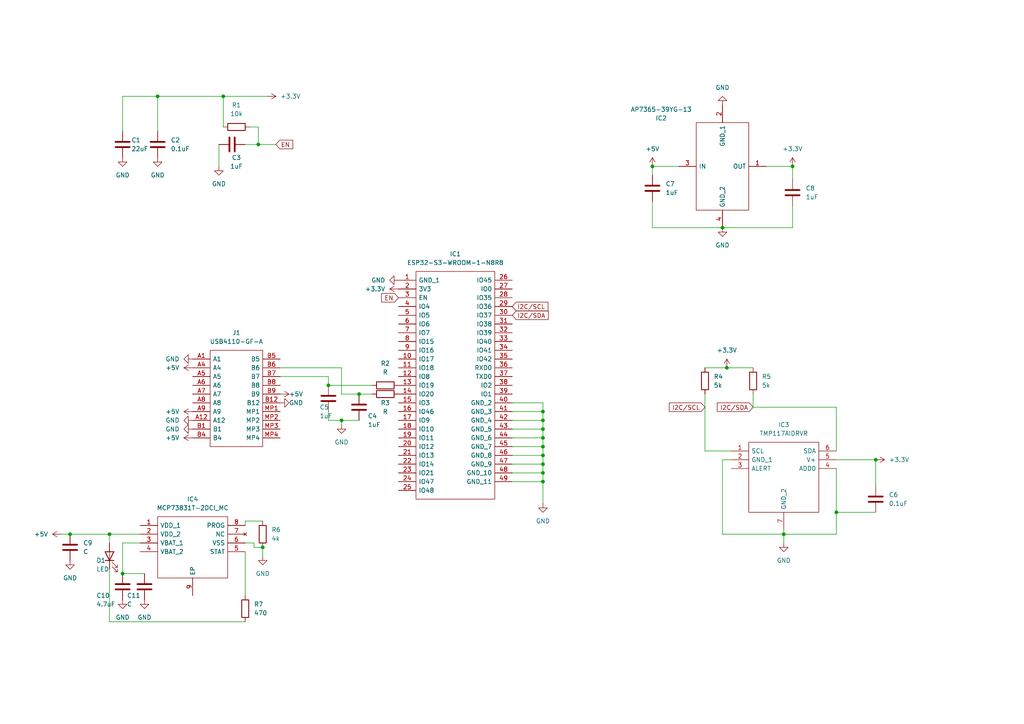
<source format=kicad_sch>
(kicad_sch (version 20230121) (generator eeschema)

  (uuid 93f65cbf-80ed-4279-89d3-036d3d07c863)

  (paper "A4")

  (lib_symbols
    (symbol "Device:C" (pin_numbers hide) (pin_names (offset 0.254)) (in_bom yes) (on_board yes)
      (property "Reference" "C" (at 0.635 2.54 0)
        (effects (font (size 1.27 1.27)) (justify left))
      )
      (property "Value" "C" (at 0.635 -2.54 0)
        (effects (font (size 1.27 1.27)) (justify left))
      )
      (property "Footprint" "" (at 0.9652 -3.81 0)
        (effects (font (size 1.27 1.27)) hide)
      )
      (property "Datasheet" "~" (at 0 0 0)
        (effects (font (size 1.27 1.27)) hide)
      )
      (property "ki_keywords" "cap capacitor" (at 0 0 0)
        (effects (font (size 1.27 1.27)) hide)
      )
      (property "ki_description" "Unpolarized capacitor" (at 0 0 0)
        (effects (font (size 1.27 1.27)) hide)
      )
      (property "ki_fp_filters" "C_*" (at 0 0 0)
        (effects (font (size 1.27 1.27)) hide)
      )
      (symbol "C_0_1"
        (polyline
          (pts
            (xy -2.032 -0.762)
            (xy 2.032 -0.762)
          )
          (stroke (width 0.508) (type default))
          (fill (type none))
        )
        (polyline
          (pts
            (xy -2.032 0.762)
            (xy 2.032 0.762)
          )
          (stroke (width 0.508) (type default))
          (fill (type none))
        )
      )
      (symbol "C_1_1"
        (pin passive line (at 0 3.81 270) (length 2.794)
          (name "~" (effects (font (size 1.27 1.27))))
          (number "1" (effects (font (size 1.27 1.27))))
        )
        (pin passive line (at 0 -3.81 90) (length 2.794)
          (name "~" (effects (font (size 1.27 1.27))))
          (number "2" (effects (font (size 1.27 1.27))))
        )
      )
    )
    (symbol "Device:LED" (pin_numbers hide) (pin_names (offset 1.016) hide) (in_bom yes) (on_board yes)
      (property "Reference" "D" (at 0 2.54 0)
        (effects (font (size 1.27 1.27)))
      )
      (property "Value" "LED" (at 0 -2.54 0)
        (effects (font (size 1.27 1.27)))
      )
      (property "Footprint" "" (at 0 0 0)
        (effects (font (size 1.27 1.27)) hide)
      )
      (property "Datasheet" "~" (at 0 0 0)
        (effects (font (size 1.27 1.27)) hide)
      )
      (property "ki_keywords" "LED diode" (at 0 0 0)
        (effects (font (size 1.27 1.27)) hide)
      )
      (property "ki_description" "Light emitting diode" (at 0 0 0)
        (effects (font (size 1.27 1.27)) hide)
      )
      (property "ki_fp_filters" "LED* LED_SMD:* LED_THT:*" (at 0 0 0)
        (effects (font (size 1.27 1.27)) hide)
      )
      (symbol "LED_0_1"
        (polyline
          (pts
            (xy -1.27 -1.27)
            (xy -1.27 1.27)
          )
          (stroke (width 0.254) (type default))
          (fill (type none))
        )
        (polyline
          (pts
            (xy -1.27 0)
            (xy 1.27 0)
          )
          (stroke (width 0) (type default))
          (fill (type none))
        )
        (polyline
          (pts
            (xy 1.27 -1.27)
            (xy 1.27 1.27)
            (xy -1.27 0)
            (xy 1.27 -1.27)
          )
          (stroke (width 0.254) (type default))
          (fill (type none))
        )
        (polyline
          (pts
            (xy -3.048 -0.762)
            (xy -4.572 -2.286)
            (xy -3.81 -2.286)
            (xy -4.572 -2.286)
            (xy -4.572 -1.524)
          )
          (stroke (width 0) (type default))
          (fill (type none))
        )
        (polyline
          (pts
            (xy -1.778 -0.762)
            (xy -3.302 -2.286)
            (xy -2.54 -2.286)
            (xy -3.302 -2.286)
            (xy -3.302 -1.524)
          )
          (stroke (width 0) (type default))
          (fill (type none))
        )
      )
      (symbol "LED_1_1"
        (pin passive line (at -3.81 0 0) (length 2.54)
          (name "K" (effects (font (size 1.27 1.27))))
          (number "1" (effects (font (size 1.27 1.27))))
        )
        (pin passive line (at 3.81 0 180) (length 2.54)
          (name "A" (effects (font (size 1.27 1.27))))
          (number "2" (effects (font (size 1.27 1.27))))
        )
      )
    )
    (symbol "Device:R" (pin_numbers hide) (pin_names (offset 0)) (in_bom yes) (on_board yes)
      (property "Reference" "R" (at 2.032 0 90)
        (effects (font (size 1.27 1.27)))
      )
      (property "Value" "R" (at 0 0 90)
        (effects (font (size 1.27 1.27)))
      )
      (property "Footprint" "" (at -1.778 0 90)
        (effects (font (size 1.27 1.27)) hide)
      )
      (property "Datasheet" "~" (at 0 0 0)
        (effects (font (size 1.27 1.27)) hide)
      )
      (property "ki_keywords" "R res resistor" (at 0 0 0)
        (effects (font (size 1.27 1.27)) hide)
      )
      (property "ki_description" "Resistor" (at 0 0 0)
        (effects (font (size 1.27 1.27)) hide)
      )
      (property "ki_fp_filters" "R_*" (at 0 0 0)
        (effects (font (size 1.27 1.27)) hide)
      )
      (symbol "R_0_1"
        (rectangle (start -1.016 -2.54) (end 1.016 2.54)
          (stroke (width 0.254) (type default))
          (fill (type none))
        )
      )
      (symbol "R_1_1"
        (pin passive line (at 0 3.81 270) (length 1.27)
          (name "~" (effects (font (size 1.27 1.27))))
          (number "1" (effects (font (size 1.27 1.27))))
        )
        (pin passive line (at 0 -3.81 90) (length 1.27)
          (name "~" (effects (font (size 1.27 1.27))))
          (number "2" (effects (font (size 1.27 1.27))))
        )
      )
    )
    (symbol "Lib:AP7365-39YG-13" (pin_names (offset 0.762)) (in_bom yes) (on_board yes)
      (property "Reference" "IC" (at 21.59 17.78 0)
        (effects (font (size 1.27 1.27)) (justify left))
      )
      (property "Value" "AP7365-39YG-13" (at 21.59 15.24 0)
        (effects (font (size 1.27 1.27)) (justify left))
      )
      (property "Footprint" "AP736539YG13" (at 21.59 12.7 0)
        (effects (font (size 1.27 1.27)) (justify left) hide)
      )
      (property "Datasheet" "https://datasheet.datasheetarchive.com/originals/distributors/Datasheets-DGA25/1800212.pdf" (at 21.59 10.16 0)
        (effects (font (size 1.27 1.27)) (justify left) hide)
      )
      (property "Description" "LDO Voltage Regulators LDO 3.9V OUT 600mA 35uA 2 to 6 Vin" (at 21.59 7.62 0)
        (effects (font (size 1.27 1.27)) (justify left) hide)
      )
      (property "Height" "1.6" (at 21.59 5.08 0)
        (effects (font (size 1.27 1.27)) (justify left) hide)
      )
      (property "Manufacturer_Name" "Diodes Inc." (at 21.59 2.54 0)
        (effects (font (size 1.27 1.27)) (justify left) hide)
      )
      (property "Manufacturer_Part_Number" "AP7365-39YG-13" (at 21.59 0 0)
        (effects (font (size 1.27 1.27)) (justify left) hide)
      )
      (property "Mouser Part Number" "621-AP7365-39YG-13" (at 21.59 -2.54 0)
        (effects (font (size 1.27 1.27)) (justify left) hide)
      )
      (property "Mouser Price/Stock" "https://www.mouser.co.uk/ProductDetail/Diodes-Incorporated/AP7365-39YG-13?qs=abZ1nkZpTuOrD1sL8LmjuA%3D%3D" (at 21.59 -5.08 0)
        (effects (font (size 1.27 1.27)) (justify left) hide)
      )
      (property "Arrow Part Number" "" (at 21.59 -7.62 0)
        (effects (font (size 1.27 1.27)) (justify left) hide)
      )
      (property "Arrow Price/Stock" "" (at 21.59 -10.16 0)
        (effects (font (size 1.27 1.27)) (justify left) hide)
      )
      (property "ki_description" "LDO Voltage Regulators LDO 3.9V OUT 600mA 35uA 2 to 6 Vin" (at 0 0 0)
        (effects (font (size 1.27 1.27)) hide)
      )
      (symbol "AP7365-39YG-13_0_0"
        (pin passive line (at 0 0 0) (length 5.08)
          (name "OUT" (effects (font (size 1.27 1.27))))
          (number "1" (effects (font (size 1.27 1.27))))
        )
        (pin passive line (at 12.7 -17.78 90) (length 5.08)
          (name "GND_1" (effects (font (size 1.27 1.27))))
          (number "2" (effects (font (size 1.27 1.27))))
        )
        (pin passive line (at 25.4 0 180) (length 5.08)
          (name "IN" (effects (font (size 1.27 1.27))))
          (number "3" (effects (font (size 1.27 1.27))))
        )
        (pin passive line (at 12.7 17.78 270) (length 5.08)
          (name "GND_2" (effects (font (size 1.27 1.27))))
          (number "4" (effects (font (size 1.27 1.27))))
        )
      )
      (symbol "AP7365-39YG-13_0_1"
        (polyline
          (pts
            (xy 5.08 12.7)
            (xy 20.32 12.7)
            (xy 20.32 -12.7)
            (xy 5.08 -12.7)
            (xy 5.08 12.7)
          )
          (stroke (width 0.1524) (type solid))
          (fill (type none))
        )
      )
    )
    (symbol "Lib:ESP32-S3-WROOM-1-N8R8" (pin_names (offset 0.762)) (in_bom yes) (on_board yes)
      (property "Reference" "IC" (at 29.21 7.62 0)
        (effects (font (size 1.27 1.27)) (justify left))
      )
      (property "Value" "ESP32-S3-WROOM-1-N8R8" (at 29.21 5.08 0)
        (effects (font (size 1.27 1.27)) (justify left))
      )
      (property "Footprint" "ESP32S3WROOM1N8R8" (at 29.21 2.54 0)
        (effects (font (size 1.27 1.27)) (justify left) hide)
      )
      (property "Datasheet" "https://www.espressif.com/sites/default/files/documentation/esp32-s3-wroom-1_wroom-1u_datasheet_en.pdf" (at 29.21 0 0)
        (effects (font (size 1.27 1.27)) (justify left) hide)
      )
      (property "Description" "WiFi Modules - 802.11 (Engineering Samples Only) SMD Module, ESP32-S3R8 with 8 MB Octal PSRAM Die, 8 MB Quad SPI flash, PCB Antenna" (at 29.21 -2.54 0)
        (effects (font (size 1.27 1.27)) (justify left) hide)
      )
      (property "Height" "3.25" (at 29.21 -5.08 0)
        (effects (font (size 1.27 1.27)) (justify left) hide)
      )
      (property "Manufacturer_Name" "Espressif Systems" (at 29.21 -7.62 0)
        (effects (font (size 1.27 1.27)) (justify left) hide)
      )
      (property "Manufacturer_Part_Number" "ESP32-S3-WROOM-1-N8R8" (at 29.21 -10.16 0)
        (effects (font (size 1.27 1.27)) (justify left) hide)
      )
      (property "Mouser Part Number" "356-EP32S3WROOM1N8R8" (at 29.21 -12.7 0)
        (effects (font (size 1.27 1.27)) (justify left) hide)
      )
      (property "Mouser Price/Stock" "https://www.mouser.co.uk/ProductDetail/Espressif-Systems/ESP32-S3-WROOM-1-N8R8?qs=7D1LtPJG0i3%2F28hKFavOpQ%3D%3D" (at 29.21 -15.24 0)
        (effects (font (size 1.27 1.27)) (justify left) hide)
      )
      (property "Arrow Part Number" "" (at 29.21 -17.78 0)
        (effects (font (size 1.27 1.27)) (justify left) hide)
      )
      (property "Arrow Price/Stock" "" (at 29.21 -20.32 0)
        (effects (font (size 1.27 1.27)) (justify left) hide)
      )
      (property "ki_description" "WiFi Modules - 802.11 (Engineering Samples Only) SMD Module, ESP32-S3R8 with 8 MB Octal PSRAM Die, 8 MB Quad SPI flash, PCB Antenna" (at 0 0 0)
        (effects (font (size 1.27 1.27)) hide)
      )
      (symbol "ESP32-S3-WROOM-1-N8R8_0_0"
        (pin passive line (at 0 0 0) (length 5.08)
          (name "GND_1" (effects (font (size 1.27 1.27))))
          (number "1" (effects (font (size 1.27 1.27))))
        )
        (pin passive line (at 0 -22.86 0) (length 5.08)
          (name "IO17" (effects (font (size 1.27 1.27))))
          (number "10" (effects (font (size 1.27 1.27))))
        )
        (pin passive line (at 0 -25.4 0) (length 5.08)
          (name "IO18" (effects (font (size 1.27 1.27))))
          (number "11" (effects (font (size 1.27 1.27))))
        )
        (pin passive line (at 0 -27.94 0) (length 5.08)
          (name "IO8" (effects (font (size 1.27 1.27))))
          (number "12" (effects (font (size 1.27 1.27))))
        )
        (pin passive line (at 0 -30.48 0) (length 5.08)
          (name "IO19" (effects (font (size 1.27 1.27))))
          (number "13" (effects (font (size 1.27 1.27))))
        )
        (pin passive line (at 0 -33.02 0) (length 5.08)
          (name "IO20" (effects (font (size 1.27 1.27))))
          (number "14" (effects (font (size 1.27 1.27))))
        )
        (pin passive line (at 0 -35.56 0) (length 5.08)
          (name "IO3" (effects (font (size 1.27 1.27))))
          (number "15" (effects (font (size 1.27 1.27))))
        )
        (pin passive line (at 0 -38.1 0) (length 5.08)
          (name "IO46" (effects (font (size 1.27 1.27))))
          (number "16" (effects (font (size 1.27 1.27))))
        )
        (pin passive line (at 0 -40.64 0) (length 5.08)
          (name "IO9" (effects (font (size 1.27 1.27))))
          (number "17" (effects (font (size 1.27 1.27))))
        )
        (pin passive line (at 0 -43.18 0) (length 5.08)
          (name "IO10" (effects (font (size 1.27 1.27))))
          (number "18" (effects (font (size 1.27 1.27))))
        )
        (pin passive line (at 0 -45.72 0) (length 5.08)
          (name "IO11" (effects (font (size 1.27 1.27))))
          (number "19" (effects (font (size 1.27 1.27))))
        )
        (pin passive line (at 0 -2.54 0) (length 5.08)
          (name "3V3" (effects (font (size 1.27 1.27))))
          (number "2" (effects (font (size 1.27 1.27))))
        )
        (pin passive line (at 0 -48.26 0) (length 5.08)
          (name "IO12" (effects (font (size 1.27 1.27))))
          (number "20" (effects (font (size 1.27 1.27))))
        )
        (pin passive line (at 0 -50.8 0) (length 5.08)
          (name "IO13" (effects (font (size 1.27 1.27))))
          (number "21" (effects (font (size 1.27 1.27))))
        )
        (pin passive line (at 0 -53.34 0) (length 5.08)
          (name "IO14" (effects (font (size 1.27 1.27))))
          (number "22" (effects (font (size 1.27 1.27))))
        )
        (pin passive line (at 0 -55.88 0) (length 5.08)
          (name "IO21" (effects (font (size 1.27 1.27))))
          (number "23" (effects (font (size 1.27 1.27))))
        )
        (pin passive line (at 0 -58.42 0) (length 5.08)
          (name "IO47" (effects (font (size 1.27 1.27))))
          (number "24" (effects (font (size 1.27 1.27))))
        )
        (pin passive line (at 0 -60.96 0) (length 5.08)
          (name "IO48" (effects (font (size 1.27 1.27))))
          (number "25" (effects (font (size 1.27 1.27))))
        )
        (pin passive line (at 33.02 0 180) (length 5.08)
          (name "IO45" (effects (font (size 1.27 1.27))))
          (number "26" (effects (font (size 1.27 1.27))))
        )
        (pin passive line (at 33.02 -2.54 180) (length 5.08)
          (name "IO0" (effects (font (size 1.27 1.27))))
          (number "27" (effects (font (size 1.27 1.27))))
        )
        (pin passive line (at 33.02 -5.08 180) (length 5.08)
          (name "IO35" (effects (font (size 1.27 1.27))))
          (number "28" (effects (font (size 1.27 1.27))))
        )
        (pin passive line (at 33.02 -7.62 180) (length 5.08)
          (name "IO36" (effects (font (size 1.27 1.27))))
          (number "29" (effects (font (size 1.27 1.27))))
        )
        (pin passive line (at 0 -5.08 0) (length 5.08)
          (name "EN" (effects (font (size 1.27 1.27))))
          (number "3" (effects (font (size 1.27 1.27))))
        )
        (pin passive line (at 33.02 -10.16 180) (length 5.08)
          (name "IO37" (effects (font (size 1.27 1.27))))
          (number "30" (effects (font (size 1.27 1.27))))
        )
        (pin passive line (at 33.02 -12.7 180) (length 5.08)
          (name "IO38" (effects (font (size 1.27 1.27))))
          (number "31" (effects (font (size 1.27 1.27))))
        )
        (pin passive line (at 33.02 -15.24 180) (length 5.08)
          (name "IO39" (effects (font (size 1.27 1.27))))
          (number "32" (effects (font (size 1.27 1.27))))
        )
        (pin passive line (at 33.02 -17.78 180) (length 5.08)
          (name "IO40" (effects (font (size 1.27 1.27))))
          (number "33" (effects (font (size 1.27 1.27))))
        )
        (pin passive line (at 33.02 -20.32 180) (length 5.08)
          (name "IO41" (effects (font (size 1.27 1.27))))
          (number "34" (effects (font (size 1.27 1.27))))
        )
        (pin passive line (at 33.02 -22.86 180) (length 5.08)
          (name "IO42" (effects (font (size 1.27 1.27))))
          (number "35" (effects (font (size 1.27 1.27))))
        )
        (pin passive line (at 33.02 -25.4 180) (length 5.08)
          (name "RXD0" (effects (font (size 1.27 1.27))))
          (number "36" (effects (font (size 1.27 1.27))))
        )
        (pin passive line (at 33.02 -27.94 180) (length 5.08)
          (name "TXD0" (effects (font (size 1.27 1.27))))
          (number "37" (effects (font (size 1.27 1.27))))
        )
        (pin passive line (at 33.02 -30.48 180) (length 5.08)
          (name "IO2" (effects (font (size 1.27 1.27))))
          (number "38" (effects (font (size 1.27 1.27))))
        )
        (pin passive line (at 33.02 -33.02 180) (length 5.08)
          (name "IO1" (effects (font (size 1.27 1.27))))
          (number "39" (effects (font (size 1.27 1.27))))
        )
        (pin passive line (at 0 -7.62 0) (length 5.08)
          (name "IO4" (effects (font (size 1.27 1.27))))
          (number "4" (effects (font (size 1.27 1.27))))
        )
        (pin passive line (at 33.02 -35.56 180) (length 5.08)
          (name "GND_2" (effects (font (size 1.27 1.27))))
          (number "40" (effects (font (size 1.27 1.27))))
        )
        (pin passive line (at 33.02 -38.1 180) (length 5.08)
          (name "GND_3" (effects (font (size 1.27 1.27))))
          (number "41" (effects (font (size 1.27 1.27))))
        )
        (pin passive line (at 33.02 -40.64 180) (length 5.08)
          (name "GND_4" (effects (font (size 1.27 1.27))))
          (number "42" (effects (font (size 1.27 1.27))))
        )
        (pin passive line (at 33.02 -43.18 180) (length 5.08)
          (name "GND_5" (effects (font (size 1.27 1.27))))
          (number "43" (effects (font (size 1.27 1.27))))
        )
        (pin passive line (at 33.02 -45.72 180) (length 5.08)
          (name "GND_6" (effects (font (size 1.27 1.27))))
          (number "44" (effects (font (size 1.27 1.27))))
        )
        (pin passive line (at 33.02 -48.26 180) (length 5.08)
          (name "GND_7" (effects (font (size 1.27 1.27))))
          (number "45" (effects (font (size 1.27 1.27))))
        )
        (pin passive line (at 33.02 -50.8 180) (length 5.08)
          (name "GND_8" (effects (font (size 1.27 1.27))))
          (number "46" (effects (font (size 1.27 1.27))))
        )
        (pin passive line (at 33.02 -53.34 180) (length 5.08)
          (name "GND_9" (effects (font (size 1.27 1.27))))
          (number "47" (effects (font (size 1.27 1.27))))
        )
        (pin passive line (at 33.02 -55.88 180) (length 5.08)
          (name "GND_10" (effects (font (size 1.27 1.27))))
          (number "48" (effects (font (size 1.27 1.27))))
        )
        (pin passive line (at 33.02 -58.42 180) (length 5.08)
          (name "GND_11" (effects (font (size 1.27 1.27))))
          (number "49" (effects (font (size 1.27 1.27))))
        )
        (pin passive line (at 0 -10.16 0) (length 5.08)
          (name "IO5" (effects (font (size 1.27 1.27))))
          (number "5" (effects (font (size 1.27 1.27))))
        )
        (pin passive line (at 0 -12.7 0) (length 5.08)
          (name "IO6" (effects (font (size 1.27 1.27))))
          (number "6" (effects (font (size 1.27 1.27))))
        )
        (pin passive line (at 0 -15.24 0) (length 5.08)
          (name "IO7" (effects (font (size 1.27 1.27))))
          (number "7" (effects (font (size 1.27 1.27))))
        )
        (pin passive line (at 0 -17.78 0) (length 5.08)
          (name "IO15" (effects (font (size 1.27 1.27))))
          (number "8" (effects (font (size 1.27 1.27))))
        )
        (pin passive line (at 0 -20.32 0) (length 5.08)
          (name "IO16" (effects (font (size 1.27 1.27))))
          (number "9" (effects (font (size 1.27 1.27))))
        )
      )
      (symbol "ESP32-S3-WROOM-1-N8R8_0_1"
        (polyline
          (pts
            (xy 5.08 2.54)
            (xy 27.94 2.54)
            (xy 27.94 -63.5)
            (xy 5.08 -63.5)
            (xy 5.08 2.54)
          )
          (stroke (width 0.1524) (type solid))
          (fill (type none))
        )
      )
    )
    (symbol "Lib:MCP73831T-2DCI_MC" (pin_names (offset 0.762)) (in_bom yes) (on_board yes)
      (property "Reference" "IC" (at 26.67 7.62 0)
        (effects (font (size 1.27 1.27)) (justify left))
      )
      (property "Value" "MCP73831T-2DCI_MC" (at 26.67 5.08 0)
        (effects (font (size 1.27 1.27)) (justify left))
      )
      (property "Footprint" "SON50P300X200X100-9N-D" (at 26.67 2.54 0)
        (effects (font (size 1.27 1.27)) (justify left) hide)
      )
      (property "Datasheet" "https://ww1.microchip.com/downloads/en/DeviceDoc/MCP73831-Family-Data-Sheet-DS20001984H.pdf" (at 26.67 0 0)
        (effects (font (size 1.27 1.27)) (justify left) hide)
      )
      (property "Description" "Battery Management Charge mgnt contr" (at 26.67 -2.54 0)
        (effects (font (size 1.27 1.27)) (justify left) hide)
      )
      (property "Height" "1" (at 26.67 -5.08 0)
        (effects (font (size 1.27 1.27)) (justify left) hide)
      )
      (property "Manufacturer_Name" "Microchip" (at 26.67 -7.62 0)
        (effects (font (size 1.27 1.27)) (justify left) hide)
      )
      (property "Manufacturer_Part_Number" "MCP73831T-2DCI/MC" (at 26.67 -10.16 0)
        (effects (font (size 1.27 1.27)) (justify left) hide)
      )
      (property "Mouser Part Number" "579-MCP73831T-2DCIMC" (at 26.67 -12.7 0)
        (effects (font (size 1.27 1.27)) (justify left) hide)
      )
      (property "Mouser Price/Stock" "https://www.mouser.co.uk/ProductDetail/Microchip-Technology/MCP73831T-2DCI-MC?qs=yUQqVecv4quLSAZc9rHezQ%3D%3D" (at 26.67 -15.24 0)
        (effects (font (size 1.27 1.27)) (justify left) hide)
      )
      (property "Arrow Part Number" "MCP73831T-2DCI/MC" (at 26.67 -17.78 0)
        (effects (font (size 1.27 1.27)) (justify left) hide)
      )
      (property "Arrow Price/Stock" "https://www.arrow.com/en/products/mcp73831t-2dcimc/microchip-technology?region=nac" (at 26.67 -20.32 0)
        (effects (font (size 1.27 1.27)) (justify left) hide)
      )
      (property "ki_description" "Battery Management Charge mgnt contr" (at 0 0 0)
        (effects (font (size 1.27 1.27)) hide)
      )
      (symbol "MCP73831T-2DCI_MC_0_0"
        (pin passive line (at 0 0 0) (length 5.08)
          (name "VDD_1" (effects (font (size 1.27 1.27))))
          (number "1" (effects (font (size 1.27 1.27))))
        )
        (pin passive line (at 0 -2.54 0) (length 5.08)
          (name "VDD_2" (effects (font (size 1.27 1.27))))
          (number "2" (effects (font (size 1.27 1.27))))
        )
        (pin passive line (at 0 -5.08 0) (length 5.08)
          (name "VBAT_1" (effects (font (size 1.27 1.27))))
          (number "3" (effects (font (size 1.27 1.27))))
        )
        (pin passive line (at 0 -7.62 0) (length 5.08)
          (name "VBAT_2" (effects (font (size 1.27 1.27))))
          (number "4" (effects (font (size 1.27 1.27))))
        )
        (pin passive line (at 30.48 -7.62 180) (length 5.08)
          (name "STAT" (effects (font (size 1.27 1.27))))
          (number "5" (effects (font (size 1.27 1.27))))
        )
        (pin passive line (at 30.48 -5.08 180) (length 5.08)
          (name "VSS" (effects (font (size 1.27 1.27))))
          (number "6" (effects (font (size 1.27 1.27))))
        )
        (pin no_connect line (at 30.48 -2.54 180) (length 5.08)
          (name "NC" (effects (font (size 1.27 1.27))))
          (number "7" (effects (font (size 1.27 1.27))))
        )
        (pin passive line (at 30.48 0 180) (length 5.08)
          (name "PROG" (effects (font (size 1.27 1.27))))
          (number "8" (effects (font (size 1.27 1.27))))
        )
        (pin passive line (at 15.24 -20.32 90) (length 5.08)
          (name "EP" (effects (font (size 1.27 1.27))))
          (number "9" (effects (font (size 1.27 1.27))))
        )
      )
      (symbol "MCP73831T-2DCI_MC_0_1"
        (polyline
          (pts
            (xy 5.08 2.54)
            (xy 25.4 2.54)
            (xy 25.4 -15.24)
            (xy 5.08 -15.24)
            (xy 5.08 2.54)
          )
          (stroke (width 0.1524) (type solid))
          (fill (type none))
        )
      )
    )
    (symbol "Lib:TMP117AIDRVR" (pin_names (offset 0.762)) (in_bom yes) (on_board yes)
      (property "Reference" "IC" (at 26.67 7.62 0)
        (effects (font (size 1.27 1.27)) (justify left))
      )
      (property "Value" "TMP117AIDRVR" (at 26.67 5.08 0)
        (effects (font (size 1.27 1.27)) (justify left))
      )
      (property "Footprint" "SON65P200X200X80-7N" (at 26.67 2.54 0)
        (effects (font (size 1.27 1.27)) (justify left) hide)
      )
      (property "Datasheet" "http://www.ti.com/lit/gpn/tmp117" (at 26.67 0 0)
        (effects (font (size 1.27 1.27)) (justify left) hide)
      )
      (property "Description" "+/-0.1C Accurate Digital Temperature Sensor with Integrated NV Memory" (at 26.67 -2.54 0)
        (effects (font (size 1.27 1.27)) (justify left) hide)
      )
      (property "Height" "0.8" (at 26.67 -5.08 0)
        (effects (font (size 1.27 1.27)) (justify left) hide)
      )
      (property "Manufacturer_Name" "Texas Instruments" (at 26.67 -7.62 0)
        (effects (font (size 1.27 1.27)) (justify left) hide)
      )
      (property "Manufacturer_Part_Number" "TMP117AIDRVR" (at 26.67 -10.16 0)
        (effects (font (size 1.27 1.27)) (justify left) hide)
      )
      (property "Mouser Part Number" "595-TMP117AIDRVR" (at 26.67 -12.7 0)
        (effects (font (size 1.27 1.27)) (justify left) hide)
      )
      (property "Mouser Price/Stock" "https://www.mouser.co.uk/ProductDetail/Texas-Instruments/TMP117AIDRVR?qs=qSfuJ%252Bfl%2Fd6nh9h5HydMXQ%3D%3D" (at 26.67 -15.24 0)
        (effects (font (size 1.27 1.27)) (justify left) hide)
      )
      (property "Arrow Part Number" "TMP117AIDRVR" (at 26.67 -17.78 0)
        (effects (font (size 1.27 1.27)) (justify left) hide)
      )
      (property "Arrow Price/Stock" "https://www.arrow.com/en/products/tmp117aidrvr/texas-instruments?region=nac" (at 26.67 -20.32 0)
        (effects (font (size 1.27 1.27)) (justify left) hide)
      )
      (property "ki_description" "+/-0.1C Accurate Digital Temperature Sensor with Integrated NV Memory" (at 0 0 0)
        (effects (font (size 1.27 1.27)) hide)
      )
      (symbol "TMP117AIDRVR_0_0"
        (pin passive line (at 0 0 0) (length 5.08)
          (name "SCL" (effects (font (size 1.27 1.27))))
          (number "1" (effects (font (size 1.27 1.27))))
        )
        (pin passive line (at 0 -2.54 0) (length 5.08)
          (name "GND_1" (effects (font (size 1.27 1.27))))
          (number "2" (effects (font (size 1.27 1.27))))
        )
        (pin passive line (at 0 -5.08 0) (length 5.08)
          (name "ALERT" (effects (font (size 1.27 1.27))))
          (number "3" (effects (font (size 1.27 1.27))))
        )
        (pin passive line (at 30.48 -5.08 180) (length 5.08)
          (name "ADD0" (effects (font (size 1.27 1.27))))
          (number "4" (effects (font (size 1.27 1.27))))
        )
        (pin passive line (at 30.48 -2.54 180) (length 5.08)
          (name "V+" (effects (font (size 1.27 1.27))))
          (number "5" (effects (font (size 1.27 1.27))))
        )
        (pin passive line (at 30.48 0 180) (length 5.08)
          (name "SDA" (effects (font (size 1.27 1.27))))
          (number "6" (effects (font (size 1.27 1.27))))
        )
        (pin passive line (at 15.24 -22.86 90) (length 5.08)
          (name "GND_2" (effects (font (size 1.27 1.27))))
          (number "7" (effects (font (size 1.27 1.27))))
        )
      )
      (symbol "TMP117AIDRVR_0_1"
        (polyline
          (pts
            (xy 5.08 2.54)
            (xy 25.4 2.54)
            (xy 25.4 -17.78)
            (xy 5.08 -17.78)
            (xy 5.08 2.54)
          )
          (stroke (width 0.1524) (type solid))
          (fill (type none))
        )
      )
    )
    (symbol "Lib:USB4110-GF-A" (pin_names (offset 0.762)) (in_bom yes) (on_board yes)
      (property "Reference" "J" (at 21.59 7.62 0)
        (effects (font (size 1.27 1.27)) (justify left))
      )
      (property "Value" "USB4110-GF-A" (at 21.59 5.08 0)
        (effects (font (size 1.27 1.27)) (justify left))
      )
      (property "Footprint" "USB4110GFA" (at 21.59 2.54 0)
        (effects (font (size 1.27 1.27)) (justify left) hide)
      )
      (property "Datasheet" "https://gct.co/files/drawings/usb4110.pdf" (at 21.59 0 0)
        (effects (font (size 1.27 1.27)) (justify left) hide)
      )
      (property "Description" "CONN USB 2.0 TYPE-C R/A SMT" (at 21.59 -2.54 0)
        (effects (font (size 1.27 1.27)) (justify left) hide)
      )
      (property "Height" "3.26" (at 21.59 -5.08 0)
        (effects (font (size 1.27 1.27)) (justify left) hide)
      )
      (property "Manufacturer_Name" "GCT (GLOBAL CONNECTOR TECHNOLOGY)" (at 21.59 -7.62 0)
        (effects (font (size 1.27 1.27)) (justify left) hide)
      )
      (property "Manufacturer_Part_Number" "USB4110-GF-A" (at 21.59 -10.16 0)
        (effects (font (size 1.27 1.27)) (justify left) hide)
      )
      (property "Mouser Part Number" "640-USB4110-GF-A" (at 21.59 -12.7 0)
        (effects (font (size 1.27 1.27)) (justify left) hide)
      )
      (property "Mouser Price/Stock" "https://www.mouser.co.uk/ProductDetail/GCT/USB4110-GF-A?qs=KUoIvG%2F9IlYiZvIXQjyJeA%3D%3D" (at 21.59 -15.24 0)
        (effects (font (size 1.27 1.27)) (justify left) hide)
      )
      (property "Arrow Part Number" "" (at 21.59 -17.78 0)
        (effects (font (size 1.27 1.27)) (justify left) hide)
      )
      (property "Arrow Price/Stock" "" (at 21.59 -20.32 0)
        (effects (font (size 1.27 1.27)) (justify left) hide)
      )
      (property "ki_description" "CONN USB 2.0 TYPE-C R/A SMT" (at 0 0 0)
        (effects (font (size 1.27 1.27)) hide)
      )
      (symbol "USB4110-GF-A_0_0"
        (pin passive line (at 0 0 0) (length 5.08)
          (name "A1" (effects (font (size 1.27 1.27))))
          (number "A1" (effects (font (size 1.27 1.27))))
        )
        (pin passive line (at 0 -17.78 0) (length 5.08)
          (name "A12" (effects (font (size 1.27 1.27))))
          (number "A12" (effects (font (size 1.27 1.27))))
        )
        (pin passive line (at 0 -2.54 0) (length 5.08)
          (name "A4" (effects (font (size 1.27 1.27))))
          (number "A4" (effects (font (size 1.27 1.27))))
        )
        (pin passive line (at 0 -5.08 0) (length 5.08)
          (name "A5" (effects (font (size 1.27 1.27))))
          (number "A5" (effects (font (size 1.27 1.27))))
        )
        (pin passive line (at 0 -7.62 0) (length 5.08)
          (name "A6" (effects (font (size 1.27 1.27))))
          (number "A6" (effects (font (size 1.27 1.27))))
        )
        (pin passive line (at 0 -10.16 0) (length 5.08)
          (name "A7" (effects (font (size 1.27 1.27))))
          (number "A7" (effects (font (size 1.27 1.27))))
        )
        (pin passive line (at 0 -12.7 0) (length 5.08)
          (name "A8" (effects (font (size 1.27 1.27))))
          (number "A8" (effects (font (size 1.27 1.27))))
        )
        (pin passive line (at 0 -15.24 0) (length 5.08)
          (name "A9" (effects (font (size 1.27 1.27))))
          (number "A9" (effects (font (size 1.27 1.27))))
        )
        (pin passive line (at 0 -20.32 0) (length 5.08)
          (name "B1" (effects (font (size 1.27 1.27))))
          (number "B1" (effects (font (size 1.27 1.27))))
        )
        (pin passive line (at 25.4 -12.7 180) (length 5.08)
          (name "B12" (effects (font (size 1.27 1.27))))
          (number "B12" (effects (font (size 1.27 1.27))))
        )
        (pin passive line (at 0 -22.86 0) (length 5.08)
          (name "B4" (effects (font (size 1.27 1.27))))
          (number "B4" (effects (font (size 1.27 1.27))))
        )
        (pin passive line (at 25.4 0 180) (length 5.08)
          (name "B5" (effects (font (size 1.27 1.27))))
          (number "B5" (effects (font (size 1.27 1.27))))
        )
        (pin passive line (at 25.4 -2.54 180) (length 5.08)
          (name "B6" (effects (font (size 1.27 1.27))))
          (number "B6" (effects (font (size 1.27 1.27))))
        )
        (pin passive line (at 25.4 -5.08 180) (length 5.08)
          (name "B7" (effects (font (size 1.27 1.27))))
          (number "B7" (effects (font (size 1.27 1.27))))
        )
        (pin passive line (at 25.4 -7.62 180) (length 5.08)
          (name "B8" (effects (font (size 1.27 1.27))))
          (number "B8" (effects (font (size 1.27 1.27))))
        )
        (pin passive line (at 25.4 -10.16 180) (length 5.08)
          (name "B9" (effects (font (size 1.27 1.27))))
          (number "B9" (effects (font (size 1.27 1.27))))
        )
        (pin passive line (at 25.4 -15.24 180) (length 5.08)
          (name "MP1" (effects (font (size 1.27 1.27))))
          (number "MP1" (effects (font (size 1.27 1.27))))
        )
        (pin passive line (at 25.4 -17.78 180) (length 5.08)
          (name "MP2" (effects (font (size 1.27 1.27))))
          (number "MP2" (effects (font (size 1.27 1.27))))
        )
        (pin passive line (at 25.4 -20.32 180) (length 5.08)
          (name "MP3" (effects (font (size 1.27 1.27))))
          (number "MP3" (effects (font (size 1.27 1.27))))
        )
        (pin passive line (at 25.4 -22.86 180) (length 5.08)
          (name "MP4" (effects (font (size 1.27 1.27))))
          (number "MP4" (effects (font (size 1.27 1.27))))
        )
      )
      (symbol "USB4110-GF-A_0_1"
        (polyline
          (pts
            (xy 5.08 2.54)
            (xy 20.32 2.54)
            (xy 20.32 -25.4)
            (xy 5.08 -25.4)
            (xy 5.08 2.54)
          )
          (stroke (width 0.1524) (type solid))
          (fill (type none))
        )
      )
    )
    (symbol "power:+3.3V" (power) (pin_names (offset 0)) (in_bom yes) (on_board yes)
      (property "Reference" "#PWR" (at 0 -3.81 0)
        (effects (font (size 1.27 1.27)) hide)
      )
      (property "Value" "+3.3V" (at 0 3.556 0)
        (effects (font (size 1.27 1.27)))
      )
      (property "Footprint" "" (at 0 0 0)
        (effects (font (size 1.27 1.27)) hide)
      )
      (property "Datasheet" "" (at 0 0 0)
        (effects (font (size 1.27 1.27)) hide)
      )
      (property "ki_keywords" "global power" (at 0 0 0)
        (effects (font (size 1.27 1.27)) hide)
      )
      (property "ki_description" "Power symbol creates a global label with name \"+3.3V\"" (at 0 0 0)
        (effects (font (size 1.27 1.27)) hide)
      )
      (symbol "+3.3V_0_1"
        (polyline
          (pts
            (xy -0.762 1.27)
            (xy 0 2.54)
          )
          (stroke (width 0) (type default))
          (fill (type none))
        )
        (polyline
          (pts
            (xy 0 0)
            (xy 0 2.54)
          )
          (stroke (width 0) (type default))
          (fill (type none))
        )
        (polyline
          (pts
            (xy 0 2.54)
            (xy 0.762 1.27)
          )
          (stroke (width 0) (type default))
          (fill (type none))
        )
      )
      (symbol "+3.3V_1_1"
        (pin power_in line (at 0 0 90) (length 0) hide
          (name "+3.3V" (effects (font (size 1.27 1.27))))
          (number "1" (effects (font (size 1.27 1.27))))
        )
      )
    )
    (symbol "power:+5V" (power) (pin_names (offset 0)) (in_bom yes) (on_board yes)
      (property "Reference" "#PWR" (at 0 -3.81 0)
        (effects (font (size 1.27 1.27)) hide)
      )
      (property "Value" "+5V" (at 0 3.556 0)
        (effects (font (size 1.27 1.27)))
      )
      (property "Footprint" "" (at 0 0 0)
        (effects (font (size 1.27 1.27)) hide)
      )
      (property "Datasheet" "" (at 0 0 0)
        (effects (font (size 1.27 1.27)) hide)
      )
      (property "ki_keywords" "global power" (at 0 0 0)
        (effects (font (size 1.27 1.27)) hide)
      )
      (property "ki_description" "Power symbol creates a global label with name \"+5V\"" (at 0 0 0)
        (effects (font (size 1.27 1.27)) hide)
      )
      (symbol "+5V_0_1"
        (polyline
          (pts
            (xy -0.762 1.27)
            (xy 0 2.54)
          )
          (stroke (width 0) (type default))
          (fill (type none))
        )
        (polyline
          (pts
            (xy 0 0)
            (xy 0 2.54)
          )
          (stroke (width 0) (type default))
          (fill (type none))
        )
        (polyline
          (pts
            (xy 0 2.54)
            (xy 0.762 1.27)
          )
          (stroke (width 0) (type default))
          (fill (type none))
        )
      )
      (symbol "+5V_1_1"
        (pin power_in line (at 0 0 90) (length 0) hide
          (name "+5V" (effects (font (size 1.27 1.27))))
          (number "1" (effects (font (size 1.27 1.27))))
        )
      )
    )
    (symbol "power:GND" (power) (pin_names (offset 0)) (in_bom yes) (on_board yes)
      (property "Reference" "#PWR" (at 0 -6.35 0)
        (effects (font (size 1.27 1.27)) hide)
      )
      (property "Value" "GND" (at 0 -3.81 0)
        (effects (font (size 1.27 1.27)))
      )
      (property "Footprint" "" (at 0 0 0)
        (effects (font (size 1.27 1.27)) hide)
      )
      (property "Datasheet" "" (at 0 0 0)
        (effects (font (size 1.27 1.27)) hide)
      )
      (property "ki_keywords" "global power" (at 0 0 0)
        (effects (font (size 1.27 1.27)) hide)
      )
      (property "ki_description" "Power symbol creates a global label with name \"GND\" , ground" (at 0 0 0)
        (effects (font (size 1.27 1.27)) hide)
      )
      (symbol "GND_0_1"
        (polyline
          (pts
            (xy 0 0)
            (xy 0 -1.27)
            (xy 1.27 -1.27)
            (xy 0 -2.54)
            (xy -1.27 -1.27)
            (xy 0 -1.27)
          )
          (stroke (width 0) (type default))
          (fill (type none))
        )
      )
      (symbol "GND_1_1"
        (pin power_in line (at 0 0 270) (length 0) hide
          (name "GND" (effects (font (size 1.27 1.27))))
          (number "1" (effects (font (size 1.27 1.27))))
        )
      )
    )
  )

  (junction (at 254 133.35) (diameter 0) (color 0 0 0 0)
    (uuid 023716b8-f814-4fec-afd5-64d7955dea87)
  )
  (junction (at 76.2 158.75) (diameter 0) (color 0 0 0 0)
    (uuid 0ecd168a-c5b9-4f5b-af87-0e1a14cdeb67)
  )
  (junction (at 229.87 48.26) (diameter 0) (color 0 0 0 0)
    (uuid 2147ee4d-00bc-4312-9225-566992b18f9e)
  )
  (junction (at 64.77 27.94) (diameter 0) (color 0 0 0 0)
    (uuid 2279d93b-5d23-46b5-91b6-730e4bac7a05)
  )
  (junction (at 99.06 121.92) (diameter 0) (color 0 0 0 0)
    (uuid 43518226-961d-422b-a572-17e6de03ce10)
  )
  (junction (at 31.75 154.94) (diameter 0) (color 0 0 0 0)
    (uuid 48133b7f-4f4f-470b-835c-98c4feaebe83)
  )
  (junction (at 74.93 41.91) (diameter 0) (color 0 0 0 0)
    (uuid 4e7b6004-967a-4ac1-ab0b-80cdf0be1842)
  )
  (junction (at 157.48 132.08) (diameter 0) (color 0 0 0 0)
    (uuid 52ecb274-f89e-4516-8e36-6cf9c4d73766)
  )
  (junction (at 157.48 129.54) (diameter 0) (color 0 0 0 0)
    (uuid 56ba4ca0-3ec3-416f-ba53-0ba29bdf6b5f)
  )
  (junction (at 157.48 134.62) (diameter 0) (color 0 0 0 0)
    (uuid 5df81bdf-d582-4bc6-8d6b-13d3701eef05)
  )
  (junction (at 104.14 114.3) (diameter 0) (color 0 0 0 0)
    (uuid 5f5e74c8-ac8d-4628-b886-7cecd3ffec05)
  )
  (junction (at 189.23 48.26) (diameter 0) (color 0 0 0 0)
    (uuid 60cf69e6-7f3e-4481-bc81-3c9aefe6eee7)
  )
  (junction (at 157.48 119.38) (diameter 0) (color 0 0 0 0)
    (uuid 700c3c04-a8b8-4aa5-8a23-1440b4e716cf)
  )
  (junction (at 45.72 27.94) (diameter 0) (color 0 0 0 0)
    (uuid 7ded534e-1f59-4688-902c-f3e31937abf4)
  )
  (junction (at 242.57 148.59) (diameter 0) (color 0 0 0 0)
    (uuid 9286d16e-b940-478a-b1c6-7ef5aa8faa89)
  )
  (junction (at 95.25 111.76) (diameter 0) (color 0 0 0 0)
    (uuid 953c4706-1755-4891-84aa-6611e3732d8a)
  )
  (junction (at 209.55 66.04) (diameter 0) (color 0 0 0 0)
    (uuid 9af0a5f4-7f5f-4d41-87bc-b3f571eb76a5)
  )
  (junction (at 157.48 127) (diameter 0) (color 0 0 0 0)
    (uuid a588a44d-dd97-44ff-b8c7-6ee0e436ac32)
  )
  (junction (at 20.32 154.94) (diameter 0) (color 0 0 0 0)
    (uuid ba1278b3-3e90-4949-9278-96a17b4fbbee)
  )
  (junction (at 157.48 137.16) (diameter 0) (color 0 0 0 0)
    (uuid c55027ff-3eba-4274-9cf5-345e344665ca)
  )
  (junction (at 227.33 154.94) (diameter 0) (color 0 0 0 0)
    (uuid c600a5aa-10af-4eae-81fa-86e58894ba6e)
  )
  (junction (at 157.48 124.46) (diameter 0) (color 0 0 0 0)
    (uuid c8559720-c2d8-4559-9985-ee87943318f6)
  )
  (junction (at 157.48 121.92) (diameter 0) (color 0 0 0 0)
    (uuid c9aac03a-7294-4574-bcf3-7785102a5354)
  )
  (junction (at 210.82 106.68) (diameter 0) (color 0 0 0 0)
    (uuid d3029441-fa0c-4c43-bba0-975644afd22c)
  )
  (junction (at 157.48 139.7) (diameter 0) (color 0 0 0 0)
    (uuid ede16aed-bc40-400e-a7d8-efc61dff0228)
  )
  (junction (at 35.56 166.37) (diameter 0) (color 0 0 0 0)
    (uuid fb96de35-8229-4c02-ade9-6a63ea2baae6)
  )

  (wire (pts (xy 31.75 165.1) (xy 31.75 180.34))
    (stroke (width 0) (type default))
    (uuid 0722f59c-13c6-44c0-8a6d-b252fd319c01)
  )
  (wire (pts (xy 71.12 160.02) (xy 71.12 172.72))
    (stroke (width 0) (type default))
    (uuid 0820d0e0-bae6-45ad-bbc6-7967f9999149)
  )
  (wire (pts (xy 95.25 109.22) (xy 81.28 109.22))
    (stroke (width 0) (type default))
    (uuid 132175a2-f167-468a-98d1-30af6339091a)
  )
  (wire (pts (xy 148.59 139.7) (xy 157.48 139.7))
    (stroke (width 0) (type default))
    (uuid 14c27c7a-f40d-4b8e-aa8a-602acba66950)
  )
  (wire (pts (xy 73.66 158.75) (xy 76.2 158.75))
    (stroke (width 0) (type default))
    (uuid 15348944-365f-49b4-a615-0f2169550d07)
  )
  (wire (pts (xy 254 133.35) (xy 254 140.97))
    (stroke (width 0) (type default))
    (uuid 15bf981d-4470-4691-af47-ac49e86d56b3)
  )
  (wire (pts (xy 157.48 139.7) (xy 157.48 146.05))
    (stroke (width 0) (type default))
    (uuid 18c6a814-2d09-45ff-869b-870e9e3594d3)
  )
  (wire (pts (xy 148.59 121.92) (xy 157.48 121.92))
    (stroke (width 0) (type default))
    (uuid 23955d54-b785-4c48-a056-ecf09b4db99c)
  )
  (wire (pts (xy 104.14 114.3) (xy 107.95 114.3))
    (stroke (width 0) (type default))
    (uuid 23b6b10e-7a2e-4b13-989d-fe03c927395c)
  )
  (wire (pts (xy 35.56 166.37) (xy 41.91 166.37))
    (stroke (width 0) (type default))
    (uuid 25a445df-bdb4-4b6f-bc9c-f2e668b6f9d9)
  )
  (wire (pts (xy 157.48 129.54) (xy 157.48 132.08))
    (stroke (width 0) (type default))
    (uuid 2d9ca1ed-7711-49a4-b6e6-d2c75b200350)
  )
  (wire (pts (xy 148.59 127) (xy 157.48 127))
    (stroke (width 0) (type default))
    (uuid 2f897b6a-6e56-4bbb-bb64-366d31bc434d)
  )
  (wire (pts (xy 64.77 27.94) (xy 45.72 27.94))
    (stroke (width 0) (type default))
    (uuid 2fd8ca3a-5dbc-4b6e-9b95-93110e4db942)
  )
  (wire (pts (xy 64.77 27.94) (xy 77.47 27.94))
    (stroke (width 0) (type default))
    (uuid 30c2d258-1e16-4e18-a6bc-ce062f6a7526)
  )
  (wire (pts (xy 148.59 132.08) (xy 157.48 132.08))
    (stroke (width 0) (type default))
    (uuid 3234ee65-d58a-4565-b3d4-3e42f9c0a4a8)
  )
  (wire (pts (xy 95.25 111.76) (xy 95.25 109.22))
    (stroke (width 0) (type default))
    (uuid 332d37ff-8d49-4de1-8362-57d8441a4994)
  )
  (wire (pts (xy 71.12 151.13) (xy 71.12 152.4))
    (stroke (width 0) (type default))
    (uuid 342203f6-1503-4160-a826-4c1fb3ca1ee6)
  )
  (wire (pts (xy 227.33 154.94) (xy 227.33 153.67))
    (stroke (width 0) (type default))
    (uuid 384a8f80-10b9-4a61-b2ad-db4a544772a6)
  )
  (wire (pts (xy 45.72 27.94) (xy 35.56 27.94))
    (stroke (width 0) (type default))
    (uuid 388453b9-64c4-45d8-a543-f21705fecff2)
  )
  (wire (pts (xy 157.48 121.92) (xy 157.48 124.46))
    (stroke (width 0) (type default))
    (uuid 3d6b6976-d325-46a8-abca-873e7406ef7b)
  )
  (wire (pts (xy 31.75 180.34) (xy 71.12 180.34))
    (stroke (width 0) (type default))
    (uuid 3faa2314-0fd5-419a-9331-08e1af473385)
  )
  (wire (pts (xy 148.59 129.54) (xy 157.48 129.54))
    (stroke (width 0) (type default))
    (uuid 41a1eea9-5eae-4936-96aa-bd523c8ff5f6)
  )
  (wire (pts (xy 107.95 111.76) (xy 95.25 111.76))
    (stroke (width 0) (type default))
    (uuid 4416e615-e0d3-4507-8f9f-5099388aa683)
  )
  (wire (pts (xy 222.25 48.26) (xy 229.87 48.26))
    (stroke (width 0) (type default))
    (uuid 44b8b53e-5aff-46de-87f7-cee877d3a56e)
  )
  (wire (pts (xy 40.64 157.48) (xy 35.56 157.48))
    (stroke (width 0) (type default))
    (uuid 47588435-7ff2-45a2-8995-280edde97315)
  )
  (wire (pts (xy 99.06 114.3) (xy 104.14 114.3))
    (stroke (width 0) (type default))
    (uuid 49269dc2-4b3e-4b9b-b17f-bb86455ae64a)
  )
  (wire (pts (xy 35.56 27.94) (xy 35.56 38.1))
    (stroke (width 0) (type default))
    (uuid 4a674160-2ca2-4d05-bc6e-616a3253b9c5)
  )
  (wire (pts (xy 204.47 106.68) (xy 210.82 106.68))
    (stroke (width 0) (type default))
    (uuid 4d224083-353c-4d76-ab84-9b2fd0c25874)
  )
  (wire (pts (xy 73.66 157.48) (xy 73.66 158.75))
    (stroke (width 0) (type default))
    (uuid 4de334cf-61c9-451c-9fc1-56bab33a1262)
  )
  (wire (pts (xy 242.57 148.59) (xy 254 148.59))
    (stroke (width 0) (type default))
    (uuid 4de6d99d-a2be-4def-b328-fb09a73bbab1)
  )
  (wire (pts (xy 95.25 121.92) (xy 95.25 119.38))
    (stroke (width 0) (type default))
    (uuid 5111827a-7e2c-4e45-b932-810be89a423c)
  )
  (wire (pts (xy 35.56 157.48) (xy 35.56 166.37))
    (stroke (width 0) (type default))
    (uuid 540738a6-ddd9-4dd7-8a62-6eecd9540752)
  )
  (wire (pts (xy 209.55 154.94) (xy 227.33 154.94))
    (stroke (width 0) (type default))
    (uuid 599b767e-e46b-45eb-8722-f0398d8debcb)
  )
  (wire (pts (xy 229.87 66.04) (xy 209.55 66.04))
    (stroke (width 0) (type default))
    (uuid 5a5a5ba1-1fe1-41f3-8324-f6b202423331)
  )
  (wire (pts (xy 227.33 157.48) (xy 227.33 154.94))
    (stroke (width 0) (type default))
    (uuid 5d95b3af-2e93-401b-b4f3-8c100df7cc33)
  )
  (wire (pts (xy 157.48 134.62) (xy 157.48 137.16))
    (stroke (width 0) (type default))
    (uuid 5eed3a4e-a443-4b0f-836d-4c419c3b6d0a)
  )
  (wire (pts (xy 157.48 116.84) (xy 157.48 119.38))
    (stroke (width 0) (type default))
    (uuid 60ac4fc5-9bc5-4af5-907d-16d750bcba94)
  )
  (wire (pts (xy 74.93 36.83) (xy 72.39 36.83))
    (stroke (width 0) (type default))
    (uuid 612d1941-f4ce-4920-a3ae-a3df20e8e11b)
  )
  (wire (pts (xy 17.78 154.94) (xy 20.32 154.94))
    (stroke (width 0) (type default))
    (uuid 6400e85d-cc39-4103-b742-b9a95283a607)
  )
  (wire (pts (xy 71.12 157.48) (xy 73.66 157.48))
    (stroke (width 0) (type default))
    (uuid 6746d75d-7e5c-4a52-bc63-38243f6a083f)
  )
  (wire (pts (xy 218.44 114.3) (xy 218.44 118.11))
    (stroke (width 0) (type default))
    (uuid 6c3531e1-a3a3-4eef-a908-f964fa2e85ca)
  )
  (wire (pts (xy 63.5 41.91) (xy 63.5 48.26))
    (stroke (width 0) (type default))
    (uuid 6f4a39e3-39cb-4521-96ff-4354aed5fd58)
  )
  (wire (pts (xy 74.93 41.91) (xy 74.93 36.83))
    (stroke (width 0) (type default))
    (uuid 7081de8d-7799-4339-816f-531e2d58647c)
  )
  (wire (pts (xy 148.59 137.16) (xy 157.48 137.16))
    (stroke (width 0) (type default))
    (uuid 70c00fac-2079-4d60-b4d4-942a76c55407)
  )
  (wire (pts (xy 71.12 151.13) (xy 76.2 151.13))
    (stroke (width 0) (type default))
    (uuid 733641f5-6b86-4049-9a64-5f4e586ca8e0)
  )
  (wire (pts (xy 229.87 48.26) (xy 229.87 52.07))
    (stroke (width 0) (type default))
    (uuid 75632306-1929-4bd1-9a12-2f0a14016dd8)
  )
  (wire (pts (xy 45.72 27.94) (xy 45.72 38.1))
    (stroke (width 0) (type default))
    (uuid 75d0f1b6-beb1-443b-a136-43c2a96bb736)
  )
  (wire (pts (xy 218.44 118.11) (xy 242.57 118.11))
    (stroke (width 0) (type default))
    (uuid 8bdafe8e-755c-4a49-802a-e947dbc379fb)
  )
  (wire (pts (xy 229.87 59.69) (xy 229.87 66.04))
    (stroke (width 0) (type default))
    (uuid 8f106a21-82ea-47d9-9743-683ba0212352)
  )
  (wire (pts (xy 227.33 154.94) (xy 242.57 154.94))
    (stroke (width 0) (type default))
    (uuid 8fabdf93-64c4-4134-a387-c4c704f4b5b6)
  )
  (wire (pts (xy 242.57 148.59) (xy 242.57 154.94))
    (stroke (width 0) (type default))
    (uuid 9686a247-9cd2-499c-9fb1-b09da03fc89a)
  )
  (wire (pts (xy 157.48 124.46) (xy 157.48 127))
    (stroke (width 0) (type default))
    (uuid 9d82f041-ef2c-484f-b1f5-cd4a6c553c10)
  )
  (wire (pts (xy 71.12 41.91) (xy 74.93 41.91))
    (stroke (width 0) (type default))
    (uuid a0a93579-34d1-48a8-b48f-31b9172386fc)
  )
  (wire (pts (xy 95.25 121.92) (xy 99.06 121.92))
    (stroke (width 0) (type default))
    (uuid a30b19a9-b5b6-49d3-a7e7-3991d3a5fee5)
  )
  (wire (pts (xy 99.06 121.92) (xy 104.14 121.92))
    (stroke (width 0) (type default))
    (uuid a46715df-3fae-4e25-9942-3df89651e3fb)
  )
  (wire (pts (xy 242.57 133.35) (xy 254 133.35))
    (stroke (width 0) (type default))
    (uuid a6d4d09a-ccbf-45db-85b6-af9bfda5e6ec)
  )
  (wire (pts (xy 148.59 119.38) (xy 157.48 119.38))
    (stroke (width 0) (type default))
    (uuid b8d072e4-64ba-474b-9a9c-9711bc4f47a3)
  )
  (wire (pts (xy 20.32 154.94) (xy 31.75 154.94))
    (stroke (width 0) (type default))
    (uuid bafb2014-cdbd-4dd8-936f-8d64aafdd089)
  )
  (wire (pts (xy 204.47 114.3) (xy 204.47 130.81))
    (stroke (width 0) (type default))
    (uuid c3a0626c-c30a-4f93-a2d7-ba8197eee947)
  )
  (wire (pts (xy 74.93 41.91) (xy 80.01 41.91))
    (stroke (width 0) (type default))
    (uuid cb7008e9-3ea3-4b55-a14a-a18c46349256)
  )
  (wire (pts (xy 76.2 158.75) (xy 76.2 161.29))
    (stroke (width 0) (type default))
    (uuid cda86858-1f73-4438-a8c5-b367a8260a10)
  )
  (wire (pts (xy 209.55 133.35) (xy 209.55 154.94))
    (stroke (width 0) (type default))
    (uuid cf5839fd-8fee-41a9-b6b0-43c7c997edd2)
  )
  (wire (pts (xy 189.23 48.26) (xy 189.23 50.8))
    (stroke (width 0) (type default))
    (uuid d200bda4-42c9-46a0-b58c-d72c5ee9c4fe)
  )
  (wire (pts (xy 189.23 58.42) (xy 189.23 66.04))
    (stroke (width 0) (type default))
    (uuid d2f11318-ae23-4d27-8166-a7311218dd5b)
  )
  (wire (pts (xy 157.48 127) (xy 157.48 129.54))
    (stroke (width 0) (type default))
    (uuid d5c4567f-97c0-4dc2-b299-540a0f3cdb29)
  )
  (wire (pts (xy 148.59 116.84) (xy 157.48 116.84))
    (stroke (width 0) (type default))
    (uuid dab0a6f1-6649-46e3-ae3c-9d51da8967b0)
  )
  (wire (pts (xy 157.48 137.16) (xy 157.48 139.7))
    (stroke (width 0) (type default))
    (uuid db962b12-c351-44c4-ae23-dd7727ca48d6)
  )
  (wire (pts (xy 189.23 66.04) (xy 209.55 66.04))
    (stroke (width 0) (type default))
    (uuid dc1c92a9-799b-4ef3-8eec-f7e13269ec8e)
  )
  (wire (pts (xy 212.09 133.35) (xy 209.55 133.35))
    (stroke (width 0) (type default))
    (uuid dcef8d7f-15f1-4457-976b-9c3911e23d65)
  )
  (wire (pts (xy 157.48 132.08) (xy 157.48 134.62))
    (stroke (width 0) (type default))
    (uuid de9e63d8-13d0-4e26-897f-350e0c40cb98)
  )
  (wire (pts (xy 189.23 48.26) (xy 196.85 48.26))
    (stroke (width 0) (type default))
    (uuid e254b787-38b3-4bbc-88eb-9e0a998e7df7)
  )
  (wire (pts (xy 242.57 118.11) (xy 242.57 130.81))
    (stroke (width 0) (type default))
    (uuid e2d38604-a153-4fa8-b34b-d29503054d18)
  )
  (wire (pts (xy 242.57 135.89) (xy 242.57 148.59))
    (stroke (width 0) (type default))
    (uuid e5acd737-d9ad-45a2-80b8-26ea5755c91d)
  )
  (wire (pts (xy 210.82 106.68) (xy 218.44 106.68))
    (stroke (width 0) (type default))
    (uuid ea67e749-da05-468d-a906-be3e893b423f)
  )
  (wire (pts (xy 99.06 106.68) (xy 99.06 114.3))
    (stroke (width 0) (type default))
    (uuid eaa464a0-71ed-4da5-ac29-9e1c38969f32)
  )
  (wire (pts (xy 204.47 130.81) (xy 212.09 130.81))
    (stroke (width 0) (type default))
    (uuid ef54543f-2d6e-44a7-92f4-6cdcac3a439b)
  )
  (wire (pts (xy 31.75 154.94) (xy 40.64 154.94))
    (stroke (width 0) (type default))
    (uuid f2db6b33-ca6f-4c62-b5b1-81fa5efb5b6f)
  )
  (wire (pts (xy 148.59 134.62) (xy 157.48 134.62))
    (stroke (width 0) (type default))
    (uuid f53a4fa3-dece-4936-baf6-9c0a1df377a8)
  )
  (wire (pts (xy 31.75 154.94) (xy 31.75 157.48))
    (stroke (width 0) (type default))
    (uuid f5da185a-1cd6-43c5-b413-855fa2319504)
  )
  (wire (pts (xy 81.28 106.68) (xy 99.06 106.68))
    (stroke (width 0) (type default))
    (uuid f6167ffc-c63e-4bba-a9db-ebcf28b0ea00)
  )
  (wire (pts (xy 148.59 124.46) (xy 157.48 124.46))
    (stroke (width 0) (type default))
    (uuid f88611f8-1d47-4550-b67d-5244311bbf46)
  )
  (wire (pts (xy 64.77 36.83) (xy 64.77 27.94))
    (stroke (width 0) (type default))
    (uuid f988cf70-b244-4e4f-a3f1-0c5f33f8c3e8)
  )
  (wire (pts (xy 99.06 121.92) (xy 99.06 123.19))
    (stroke (width 0) (type default))
    (uuid facfb4c2-2996-490d-935f-f6b9a8435845)
  )
  (wire (pts (xy 157.48 119.38) (xy 157.48 121.92))
    (stroke (width 0) (type default))
    (uuid fd142472-a8b1-4bf4-815b-e6cbf0788d8c)
  )

  (global_label "EN" (shape input) (at 80.01 41.91 0) (fields_autoplaced)
    (effects (font (size 1.27 1.27)) (justify left))
    (uuid 223708ea-6f51-4e78-9d71-9e33bb377cc0)
    (property "Intersheetrefs" "${INTERSHEET_REFS}" (at 85.4747 41.91 0)
      (effects (font (size 1.27 1.27)) (justify left) hide)
    )
  )
  (global_label "I2C{slash}SCL" (shape input) (at 148.59 88.9 0) (fields_autoplaced)
    (effects (font (size 1.27 1.27)) (justify left))
    (uuid 2a2874b4-e84a-41b1-b1f6-f87d01cdb494)
    (property "Intersheetrefs" "${INTERSHEET_REFS}" (at 159.4976 88.9 0)
      (effects (font (size 1.27 1.27)) (justify left) hide)
    )
  )
  (global_label "EN" (shape input) (at 115.57 86.36 180) (fields_autoplaced)
    (effects (font (size 1.27 1.27)) (justify right))
    (uuid 4ed4c69f-8d01-40e5-b9c2-751c540bacfe)
    (property "Intersheetrefs" "${INTERSHEET_REFS}" (at 110.1053 86.36 0)
      (effects (font (size 1.27 1.27)) (justify right) hide)
    )
  )
  (global_label "I2C{slash}SCL" (shape input) (at 204.47 118.11 180) (fields_autoplaced)
    (effects (font (size 1.27 1.27)) (justify right))
    (uuid 90aaf308-daff-4182-ba5f-31847c18aff0)
    (property "Intersheetrefs" "${INTERSHEET_REFS}" (at 193.5624 118.11 0)
      (effects (font (size 1.27 1.27)) (justify right) hide)
    )
  )
  (global_label "I2C{slash}SDA" (shape input) (at 218.44 118.11 180) (fields_autoplaced)
    (effects (font (size 1.27 1.27)) (justify right))
    (uuid e6d5c93e-dd06-436e-9da8-13ae3f14741b)
    (property "Intersheetrefs" "${INTERSHEET_REFS}" (at 207.4719 118.11 0)
      (effects (font (size 1.27 1.27)) (justify right) hide)
    )
  )
  (global_label "I2C{slash}SDA" (shape input) (at 148.59 91.44 0) (fields_autoplaced)
    (effects (font (size 1.27 1.27)) (justify left))
    (uuid e9d078e9-8e25-4ad8-9971-1cf0a748f432)
    (property "Intersheetrefs" "${INTERSHEET_REFS}" (at 159.5581 91.44 0)
      (effects (font (size 1.27 1.27)) (justify left) hide)
    )
  )

  (symbol (lib_id "Device:C") (at 104.14 118.11 0) (unit 1)
    (in_bom yes) (on_board yes) (dnp no)
    (uuid 0dd0f64a-193d-496b-95a8-ea3bb7573970)
    (property "Reference" "C4" (at 106.68 120.65 0)
      (effects (font (size 1.27 1.27)) (justify left))
    )
    (property "Value" "1uF" (at 106.68 123.19 0)
      (effects (font (size 1.27 1.27)) (justify left))
    )
    (property "Footprint" "Capacitor_SMD:C_0805_2012Metric" (at 105.1052 121.92 0)
      (effects (font (size 1.27 1.27)) hide)
    )
    (property "Datasheet" "~" (at 104.14 118.11 0)
      (effects (font (size 1.27 1.27)) hide)
    )
    (pin "1" (uuid 5c3d0b24-9445-4db4-88bb-4fded4876c11))
    (pin "2" (uuid f8fdb502-965b-4614-b4f0-61f1952827e1))
    (instances
      (project "Capteur_thermique_connecte"
        (path "/93f65cbf-80ed-4279-89d3-036d3d07c863"
          (reference "C4") (unit 1)
        )
      )
    )
  )

  (symbol (lib_id "Device:C") (at 67.31 41.91 270) (unit 1)
    (in_bom yes) (on_board yes) (dnp no)
    (uuid 32225e88-07d0-4b99-8c72-5d048cc9e3c9)
    (property "Reference" "C3" (at 68.58 45.72 90)
      (effects (font (size 1.27 1.27)))
    )
    (property "Value" "1uF" (at 68.58 48.26 90)
      (effects (font (size 1.27 1.27)))
    )
    (property "Footprint" "Capacitor_SMD:C_0805_2012Metric" (at 63.5 42.8752 0)
      (effects (font (size 1.27 1.27)) hide)
    )
    (property "Datasheet" "~" (at 67.31 41.91 0)
      (effects (font (size 1.27 1.27)) hide)
    )
    (pin "1" (uuid e4485ebe-7cde-45a4-a57e-6e72c2e26921))
    (pin "2" (uuid 141bf61a-3a46-48d2-9f72-0004b823ad74))
    (instances
      (project "Capteur_thermique_connecte"
        (path "/93f65cbf-80ed-4279-89d3-036d3d07c863"
          (reference "C3") (unit 1)
        )
      )
    )
  )

  (symbol (lib_id "Device:R") (at 111.76 114.3 90) (unit 1)
    (in_bom yes) (on_board yes) (dnp no)
    (uuid 33155248-81d6-4695-b20d-fc941bd68c93)
    (property "Reference" "R3" (at 111.76 116.84 90)
      (effects (font (size 1.27 1.27)))
    )
    (property "Value" "R" (at 111.76 119.38 90)
      (effects (font (size 1.27 1.27)))
    )
    (property "Footprint" "Resistor_SMD:R_0805_2012Metric" (at 111.76 116.078 90)
      (effects (font (size 1.27 1.27)) hide)
    )
    (property "Datasheet" "~" (at 111.76 114.3 0)
      (effects (font (size 1.27 1.27)) hide)
    )
    (pin "1" (uuid 7f41ccf1-b58e-4b9b-a144-46cb4cbc41aa))
    (pin "2" (uuid 77d28a9d-5411-4011-88c7-28ab7a6fc21a))
    (instances
      (project "Capteur_thermique_connecte"
        (path "/93f65cbf-80ed-4279-89d3-036d3d07c863"
          (reference "R3") (unit 1)
        )
      )
    )
  )

  (symbol (lib_id "power:GND") (at 55.88 121.92 270) (unit 1)
    (in_bom yes) (on_board yes) (dnp no) (fields_autoplaced)
    (uuid 331a0d3b-a22e-4a5a-bbcc-ea4c7c7a168b)
    (property "Reference" "#PWR014" (at 49.53 121.92 0)
      (effects (font (size 1.27 1.27)) hide)
    )
    (property "Value" "GND" (at 52.07 121.92 90)
      (effects (font (size 1.27 1.27)) (justify right))
    )
    (property "Footprint" "" (at 55.88 121.92 0)
      (effects (font (size 1.27 1.27)) hide)
    )
    (property "Datasheet" "" (at 55.88 121.92 0)
      (effects (font (size 1.27 1.27)) hide)
    )
    (pin "1" (uuid a8b0713d-ac12-4072-93ed-5a6faf484a1c))
    (instances
      (project "Capteur_thermique_connecte"
        (path "/93f65cbf-80ed-4279-89d3-036d3d07c863"
          (reference "#PWR014") (unit 1)
        )
      )
    )
  )

  (symbol (lib_id "power:GND") (at 227.33 157.48 0) (unit 1)
    (in_bom yes) (on_board yes) (dnp no) (fields_autoplaced)
    (uuid 3908c9d7-b21a-422e-80e1-4317ebcbb8bf)
    (property "Reference" "#PWR02" (at 227.33 163.83 0)
      (effects (font (size 1.27 1.27)) hide)
    )
    (property "Value" "GND" (at 227.33 162.56 0)
      (effects (font (size 1.27 1.27)))
    )
    (property "Footprint" "" (at 227.33 157.48 0)
      (effects (font (size 1.27 1.27)) hide)
    )
    (property "Datasheet" "" (at 227.33 157.48 0)
      (effects (font (size 1.27 1.27)) hide)
    )
    (pin "1" (uuid ca8c64d2-b987-4cfe-a925-69d2e5e80bf8))
    (instances
      (project "Capteur_thermique_connecte"
        (path "/93f65cbf-80ed-4279-89d3-036d3d07c863"
          (reference "#PWR02") (unit 1)
        )
      )
    )
  )

  (symbol (lib_id "Device:R") (at 204.47 110.49 0) (unit 1)
    (in_bom yes) (on_board yes) (dnp no) (fields_autoplaced)
    (uuid 393a3d1f-3f14-43c9-b04a-b742b2bf8b92)
    (property "Reference" "R4" (at 207.01 109.22 0)
      (effects (font (size 1.27 1.27)) (justify left))
    )
    (property "Value" "5k" (at 207.01 111.76 0)
      (effects (font (size 1.27 1.27)) (justify left))
    )
    (property "Footprint" "Resistor_SMD:R_0805_2012Metric" (at 202.692 110.49 90)
      (effects (font (size 1.27 1.27)) hide)
    )
    (property "Datasheet" "~" (at 204.47 110.49 0)
      (effects (font (size 1.27 1.27)) hide)
    )
    (pin "1" (uuid a7cc361a-1717-4bbd-8da3-7b48665d87ca))
    (pin "2" (uuid ffa9a84b-f109-45cf-8ad1-599059b1f52a))
    (instances
      (project "Capteur_thermique_connecte"
        (path "/93f65cbf-80ed-4279-89d3-036d3d07c863"
          (reference "R4") (unit 1)
        )
      )
    )
  )

  (symbol (lib_id "power:+5V") (at 17.78 154.94 90) (unit 1)
    (in_bom yes) (on_board yes) (dnp no) (fields_autoplaced)
    (uuid 3c89dae7-efc6-497f-a3c7-92a80a4eaf17)
    (property "Reference" "#PWR025" (at 21.59 154.94 0)
      (effects (font (size 1.27 1.27)) hide)
    )
    (property "Value" "+5V" (at 13.97 154.94 90)
      (effects (font (size 1.27 1.27)) (justify left))
    )
    (property "Footprint" "" (at 17.78 154.94 0)
      (effects (font (size 1.27 1.27)) hide)
    )
    (property "Datasheet" "" (at 17.78 154.94 0)
      (effects (font (size 1.27 1.27)) hide)
    )
    (pin "1" (uuid f85f92f6-1b0c-491a-b12a-4dc3e0de3f96))
    (instances
      (project "Capteur_thermique_connecte"
        (path "/93f65cbf-80ed-4279-89d3-036d3d07c863"
          (reference "#PWR025") (unit 1)
        )
      )
    )
  )

  (symbol (lib_id "power:GND") (at 115.57 81.28 270) (unit 1)
    (in_bom yes) (on_board yes) (dnp no) (fields_autoplaced)
    (uuid 45833330-21a2-4aa9-b578-a32987f8f192)
    (property "Reference" "#PWR04" (at 109.22 81.28 0)
      (effects (font (size 1.27 1.27)) hide)
    )
    (property "Value" "GND" (at 111.76 81.28 90)
      (effects (font (size 1.27 1.27)) (justify right))
    )
    (property "Footprint" "" (at 115.57 81.28 0)
      (effects (font (size 1.27 1.27)) hide)
    )
    (property "Datasheet" "" (at 115.57 81.28 0)
      (effects (font (size 1.27 1.27)) hide)
    )
    (pin "1" (uuid 37a99bcf-e418-441b-8440-9583cda1253a))
    (instances
      (project "Capteur_thermique_connecte"
        (path "/93f65cbf-80ed-4279-89d3-036d3d07c863"
          (reference "#PWR04") (unit 1)
        )
      )
    )
  )

  (symbol (lib_id "power:GND") (at 35.56 45.72 0) (unit 1)
    (in_bom yes) (on_board yes) (dnp no) (fields_autoplaced)
    (uuid 4a212002-dfe6-4e51-b1a0-30138f758c56)
    (property "Reference" "#PWR09" (at 35.56 52.07 0)
      (effects (font (size 1.27 1.27)) hide)
    )
    (property "Value" "GND" (at 35.56 50.8 0)
      (effects (font (size 1.27 1.27)))
    )
    (property "Footprint" "" (at 35.56 45.72 0)
      (effects (font (size 1.27 1.27)) hide)
    )
    (property "Datasheet" "" (at 35.56 45.72 0)
      (effects (font (size 1.27 1.27)) hide)
    )
    (pin "1" (uuid 0f3a393f-8ba7-4a4e-9fd0-fda05fafe481))
    (instances
      (project "Capteur_thermique_connecte"
        (path "/93f65cbf-80ed-4279-89d3-036d3d07c863"
          (reference "#PWR09") (unit 1)
        )
      )
    )
  )

  (symbol (lib_id "power:GND") (at 41.91 173.99 0) (unit 1)
    (in_bom yes) (on_board yes) (dnp no) (fields_autoplaced)
    (uuid 544ac91a-2330-4f29-af18-e1c4ddbd5141)
    (property "Reference" "#PWR027" (at 41.91 180.34 0)
      (effects (font (size 1.27 1.27)) hide)
    )
    (property "Value" "GND" (at 41.91 179.07 0)
      (effects (font (size 1.27 1.27)))
    )
    (property "Footprint" "" (at 41.91 173.99 0)
      (effects (font (size 1.27 1.27)) hide)
    )
    (property "Datasheet" "" (at 41.91 173.99 0)
      (effects (font (size 1.27 1.27)) hide)
    )
    (pin "1" (uuid 7c8d7769-f7b3-41ce-af1e-31b6fe038125))
    (instances
      (project "Capteur_thermique_connecte"
        (path "/93f65cbf-80ed-4279-89d3-036d3d07c863"
          (reference "#PWR027") (unit 1)
        )
      )
    )
  )

  (symbol (lib_id "power:+5V") (at 81.28 114.3 270) (unit 1)
    (in_bom yes) (on_board yes) (dnp no)
    (uuid 63536bd4-da2f-431f-b358-757e0cf7ec46)
    (property "Reference" "#PWR018" (at 77.47 114.3 0)
      (effects (font (size 1.27 1.27)) hide)
    )
    (property "Value" "+5V" (at 83.82 114.3 90)
      (effects (font (size 1.27 1.27)) (justify left))
    )
    (property "Footprint" "" (at 81.28 114.3 0)
      (effects (font (size 1.27 1.27)) hide)
    )
    (property "Datasheet" "" (at 81.28 114.3 0)
      (effects (font (size 1.27 1.27)) hide)
    )
    (pin "1" (uuid 71272d3b-5007-4f77-a859-414c442e7cc2))
    (instances
      (project "Capteur_thermique_connecte"
        (path "/93f65cbf-80ed-4279-89d3-036d3d07c863"
          (reference "#PWR018") (unit 1)
        )
      )
    )
  )

  (symbol (lib_id "power:+3.3V") (at 254 133.35 270) (unit 1)
    (in_bom yes) (on_board yes) (dnp no) (fields_autoplaced)
    (uuid 701a3b1c-77d4-4ee0-90d1-1fff7371aa65)
    (property "Reference" "#PWR020" (at 250.19 133.35 0)
      (effects (font (size 1.27 1.27)) hide)
    )
    (property "Value" "+3.3V" (at 257.81 133.35 90)
      (effects (font (size 1.27 1.27)) (justify left))
    )
    (property "Footprint" "" (at 254 133.35 0)
      (effects (font (size 1.27 1.27)) hide)
    )
    (property "Datasheet" "" (at 254 133.35 0)
      (effects (font (size 1.27 1.27)) hide)
    )
    (pin "1" (uuid e5d54603-c0cd-4d65-9f24-ca82c1217468))
    (instances
      (project "Capteur_thermique_connecte"
        (path "/93f65cbf-80ed-4279-89d3-036d3d07c863"
          (reference "#PWR020") (unit 1)
        )
      )
    )
  )

  (symbol (lib_id "power:GND") (at 55.88 124.46 270) (unit 1)
    (in_bom yes) (on_board yes) (dnp no) (fields_autoplaced)
    (uuid 746e3739-9959-475a-8d8f-f75a339af40b)
    (property "Reference" "#PWR015" (at 49.53 124.46 0)
      (effects (font (size 1.27 1.27)) hide)
    )
    (property "Value" "GND" (at 52.07 124.46 90)
      (effects (font (size 1.27 1.27)) (justify right))
    )
    (property "Footprint" "" (at 55.88 124.46 0)
      (effects (font (size 1.27 1.27)) hide)
    )
    (property "Datasheet" "" (at 55.88 124.46 0)
      (effects (font (size 1.27 1.27)) hide)
    )
    (pin "1" (uuid 05f8ee18-f9d2-4e87-bae3-939b9f2bfb6c))
    (instances
      (project "Capteur_thermique_connecte"
        (path "/93f65cbf-80ed-4279-89d3-036d3d07c863"
          (reference "#PWR015") (unit 1)
        )
      )
    )
  )

  (symbol (lib_id "Device:R") (at 218.44 110.49 0) (unit 1)
    (in_bom yes) (on_board yes) (dnp no) (fields_autoplaced)
    (uuid 761fb004-3927-4957-8208-c9e2de741d75)
    (property "Reference" "R5" (at 220.98 109.22 0)
      (effects (font (size 1.27 1.27)) (justify left))
    )
    (property "Value" "5k" (at 220.98 111.76 0)
      (effects (font (size 1.27 1.27)) (justify left))
    )
    (property "Footprint" "Resistor_SMD:R_0805_2012Metric" (at 216.662 110.49 90)
      (effects (font (size 1.27 1.27)) hide)
    )
    (property "Datasheet" "~" (at 218.44 110.49 0)
      (effects (font (size 1.27 1.27)) hide)
    )
    (pin "1" (uuid 805c9d3d-0bd3-4a58-8be3-036f273f13b8))
    (pin "2" (uuid 790b2a14-01f0-47a7-812c-462a2207a1ac))
    (instances
      (project "Capteur_thermique_connecte"
        (path "/93f65cbf-80ed-4279-89d3-036d3d07c863"
          (reference "R5") (unit 1)
        )
      )
    )
  )

  (symbol (lib_id "Device:R") (at 71.12 176.53 0) (unit 1)
    (in_bom yes) (on_board yes) (dnp no) (fields_autoplaced)
    (uuid 768fff28-45c0-4db0-9632-f9805fd4f175)
    (property "Reference" "R7" (at 73.66 175.26 0)
      (effects (font (size 1.27 1.27)) (justify left))
    )
    (property "Value" "470" (at 73.66 177.8 0)
      (effects (font (size 1.27 1.27)) (justify left))
    )
    (property "Footprint" "Resistor_SMD:R_0805_2012Metric" (at 69.342 176.53 90)
      (effects (font (size 1.27 1.27)) hide)
    )
    (property "Datasheet" "~" (at 71.12 176.53 0)
      (effects (font (size 1.27 1.27)) hide)
    )
    (pin "1" (uuid 5c447077-02a5-45fc-8598-243eb4dce8bb))
    (pin "2" (uuid e69de1b2-d9ea-462a-8d04-f9d2a1433ed2))
    (instances
      (project "Capteur_thermique_connecte"
        (path "/93f65cbf-80ed-4279-89d3-036d3d07c863"
          (reference "R7") (unit 1)
        )
      )
    )
  )

  (symbol (lib_id "power:GND") (at 76.2 161.29 0) (unit 1)
    (in_bom yes) (on_board yes) (dnp no) (fields_autoplaced)
    (uuid 7a010a90-1e9b-4d7c-b803-5926e69914b7)
    (property "Reference" "#PWR024" (at 76.2 167.64 0)
      (effects (font (size 1.27 1.27)) hide)
    )
    (property "Value" "GND" (at 76.2 166.37 0)
      (effects (font (size 1.27 1.27)))
    )
    (property "Footprint" "" (at 76.2 161.29 0)
      (effects (font (size 1.27 1.27)) hide)
    )
    (property "Datasheet" "" (at 76.2 161.29 0)
      (effects (font (size 1.27 1.27)) hide)
    )
    (pin "1" (uuid 7a369d2b-f504-4745-accf-05490241cab7))
    (instances
      (project "Capteur_thermique_connecte"
        (path "/93f65cbf-80ed-4279-89d3-036d3d07c863"
          (reference "#PWR024") (unit 1)
        )
      )
    )
  )

  (symbol (lib_id "power:+3.3V") (at 77.47 27.94 270) (unit 1)
    (in_bom yes) (on_board yes) (dnp no) (fields_autoplaced)
    (uuid 83aeccb2-c1f6-4de1-a9b6-d6c61da9fc6b)
    (property "Reference" "#PWR07" (at 73.66 27.94 0)
      (effects (font (size 1.27 1.27)) hide)
    )
    (property "Value" "+3.3V" (at 81.28 27.94 90)
      (effects (font (size 1.27 1.27)) (justify left))
    )
    (property "Footprint" "" (at 77.47 27.94 0)
      (effects (font (size 1.27 1.27)) hide)
    )
    (property "Datasheet" "" (at 77.47 27.94 0)
      (effects (font (size 1.27 1.27)) hide)
    )
    (pin "1" (uuid 6f3a1f14-0778-452e-8798-506af128db69))
    (instances
      (project "Capteur_thermique_connecte"
        (path "/93f65cbf-80ed-4279-89d3-036d3d07c863"
          (reference "#PWR07") (unit 1)
        )
      )
    )
  )

  (symbol (lib_id "Device:C") (at 35.56 170.18 0) (unit 1)
    (in_bom yes) (on_board yes) (dnp no)
    (uuid 83e75815-d345-443c-aaf2-e6d4af7944c8)
    (property "Reference" "C10" (at 27.94 172.72 0)
      (effects (font (size 1.27 1.27)) (justify left))
    )
    (property "Value" "4.7uF" (at 27.94 175.26 0)
      (effects (font (size 1.27 1.27)) (justify left))
    )
    (property "Footprint" "Capacitor_SMD:C_0805_2012Metric" (at 36.5252 173.99 0)
      (effects (font (size 1.27 1.27)) hide)
    )
    (property "Datasheet" "~" (at 35.56 170.18 0)
      (effects (font (size 1.27 1.27)) hide)
    )
    (pin "1" (uuid bcccf045-ab87-468b-8b32-0577f9083261))
    (pin "2" (uuid be2ab554-31c5-48c7-8e12-202ee62d0454))
    (instances
      (project "Capteur_thermique_connecte"
        (path "/93f65cbf-80ed-4279-89d3-036d3d07c863"
          (reference "C10") (unit 1)
        )
      )
    )
  )

  (symbol (lib_id "power:GND") (at 35.56 173.99 0) (unit 1)
    (in_bom yes) (on_board yes) (dnp no) (fields_autoplaced)
    (uuid 87406669-8135-45a9-989a-73494de7e361)
    (property "Reference" "#PWR026" (at 35.56 180.34 0)
      (effects (font (size 1.27 1.27)) hide)
    )
    (property "Value" "GND" (at 35.56 179.07 0)
      (effects (font (size 1.27 1.27)))
    )
    (property "Footprint" "" (at 35.56 173.99 0)
      (effects (font (size 1.27 1.27)) hide)
    )
    (property "Datasheet" "" (at 35.56 173.99 0)
      (effects (font (size 1.27 1.27)) hide)
    )
    (pin "1" (uuid 2041297c-fb13-45ba-a88b-0cdb40228b93))
    (instances
      (project "Capteur_thermique_connecte"
        (path "/93f65cbf-80ed-4279-89d3-036d3d07c863"
          (reference "#PWR026") (unit 1)
        )
      )
    )
  )

  (symbol (lib_id "power:+5V") (at 55.88 119.38 90) (unit 1)
    (in_bom yes) (on_board yes) (dnp no) (fields_autoplaced)
    (uuid 88e2e8bb-eae2-4a34-ab85-0d8b015c2fbd)
    (property "Reference" "#PWR013" (at 59.69 119.38 0)
      (effects (font (size 1.27 1.27)) hide)
    )
    (property "Value" "+5V" (at 52.07 119.38 90)
      (effects (font (size 1.27 1.27)) (justify left))
    )
    (property "Footprint" "" (at 55.88 119.38 0)
      (effects (font (size 1.27 1.27)) hide)
    )
    (property "Datasheet" "" (at 55.88 119.38 0)
      (effects (font (size 1.27 1.27)) hide)
    )
    (pin "1" (uuid abcea4da-0774-450c-b200-47353584c3fb))
    (instances
      (project "Capteur_thermique_connecte"
        (path "/93f65cbf-80ed-4279-89d3-036d3d07c863"
          (reference "#PWR013") (unit 1)
        )
      )
    )
  )

  (symbol (lib_id "Device:C") (at 45.72 41.91 0) (unit 1)
    (in_bom yes) (on_board yes) (dnp no) (fields_autoplaced)
    (uuid 8aae7068-bd5a-4c34-87ba-89d24a260d3e)
    (property "Reference" "C2" (at 49.53 40.64 0)
      (effects (font (size 1.27 1.27)) (justify left))
    )
    (property "Value" "0.1uF" (at 49.53 43.18 0)
      (effects (font (size 1.27 1.27)) (justify left))
    )
    (property "Footprint" "Capacitor_SMD:C_0805_2012Metric" (at 46.6852 45.72 0)
      (effects (font (size 1.27 1.27)) hide)
    )
    (property "Datasheet" "~" (at 45.72 41.91 0)
      (effects (font (size 1.27 1.27)) hide)
    )
    (pin "1" (uuid 47bcf9f6-841e-4315-a4e9-908d7e0bb9d1))
    (pin "2" (uuid 941e8ba1-b469-4cde-93a0-48f0efa1e347))
    (instances
      (project "Capteur_thermique_connecte"
        (path "/93f65cbf-80ed-4279-89d3-036d3d07c863"
          (reference "C2") (unit 1)
        )
      )
    )
  )

  (symbol (lib_id "power:GND") (at 45.72 45.72 0) (unit 1)
    (in_bom yes) (on_board yes) (dnp no) (fields_autoplaced)
    (uuid 8aef212b-a36b-4f94-b85a-4005eb54045d)
    (property "Reference" "#PWR010" (at 45.72 52.07 0)
      (effects (font (size 1.27 1.27)) hide)
    )
    (property "Value" "GND" (at 45.72 50.8 0)
      (effects (font (size 1.27 1.27)))
    )
    (property "Footprint" "" (at 45.72 45.72 0)
      (effects (font (size 1.27 1.27)) hide)
    )
    (property "Datasheet" "" (at 45.72 45.72 0)
      (effects (font (size 1.27 1.27)) hide)
    )
    (pin "1" (uuid 0bbc8cd8-230d-47c3-9cf7-561a5c92861d))
    (instances
      (project "Capteur_thermique_connecte"
        (path "/93f65cbf-80ed-4279-89d3-036d3d07c863"
          (reference "#PWR010") (unit 1)
        )
      )
    )
  )

  (symbol (lib_id "Device:C") (at 35.56 41.91 0) (unit 1)
    (in_bom yes) (on_board yes) (dnp no)
    (uuid 8b53a06e-f4ce-4948-9e41-18606a9c54c7)
    (property "Reference" "C1" (at 38.1 40.64 0)
      (effects (font (size 1.27 1.27)) (justify left))
    )
    (property "Value" "22uF" (at 38.1 43.18 0)
      (effects (font (size 1.27 1.27)) (justify left))
    )
    (property "Footprint" "Capacitor_SMD:C_0805_2012Metric" (at 36.5252 45.72 0)
      (effects (font (size 1.27 1.27)) hide)
    )
    (property "Datasheet" "~" (at 35.56 41.91 0)
      (effects (font (size 1.27 1.27)) hide)
    )
    (pin "1" (uuid e518f609-8e32-4edb-a30a-75cb3286c50f))
    (pin "2" (uuid cb85dab5-e0bc-43c0-8c2f-06da69c788c0))
    (instances
      (project "Capteur_thermique_connecte"
        (path "/93f65cbf-80ed-4279-89d3-036d3d07c863"
          (reference "C1") (unit 1)
        )
      )
    )
  )

  (symbol (lib_id "Device:C") (at 20.32 158.75 180) (unit 1)
    (in_bom yes) (on_board yes) (dnp no) (fields_autoplaced)
    (uuid 8c9aad92-d636-43b6-b410-270a1a7a2fde)
    (property "Reference" "C9" (at 24.13 157.48 0)
      (effects (font (size 1.27 1.27)) (justify right))
    )
    (property "Value" "C" (at 24.13 160.02 0)
      (effects (font (size 1.27 1.27)) (justify right))
    )
    (property "Footprint" "Capacitor_SMD:C_0805_2012Metric" (at 19.3548 154.94 0)
      (effects (font (size 1.27 1.27)) hide)
    )
    (property "Datasheet" "~" (at 20.32 158.75 0)
      (effects (font (size 1.27 1.27)) hide)
    )
    (pin "1" (uuid 66c482f4-e653-4229-8f2c-870fcac80f60))
    (pin "2" (uuid 1b5e20f3-6a4e-44a8-b347-6db576d2a4c3))
    (instances
      (project "Capteur_thermique_connecte"
        (path "/93f65cbf-80ed-4279-89d3-036d3d07c863"
          (reference "C9") (unit 1)
        )
      )
    )
  )

  (symbol (lib_id "power:GND") (at 209.55 66.04 0) (unit 1)
    (in_bom yes) (on_board yes) (dnp no) (fields_autoplaced)
    (uuid 8dffb4d3-b060-408b-8fb8-82105bb35098)
    (property "Reference" "#PWR03" (at 209.55 72.39 0)
      (effects (font (size 1.27 1.27)) hide)
    )
    (property "Value" "GND" (at 209.55 71.12 0)
      (effects (font (size 1.27 1.27)))
    )
    (property "Footprint" "" (at 209.55 66.04 0)
      (effects (font (size 1.27 1.27)) hide)
    )
    (property "Datasheet" "" (at 209.55 66.04 0)
      (effects (font (size 1.27 1.27)) hide)
    )
    (pin "1" (uuid fe25eddc-b163-41f2-8a44-960f08596ad4))
    (instances
      (project "Capteur_thermique_connecte"
        (path "/93f65cbf-80ed-4279-89d3-036d3d07c863"
          (reference "#PWR03") (unit 1)
        )
      )
    )
  )

  (symbol (lib_id "Device:C") (at 254 144.78 0) (unit 1)
    (in_bom yes) (on_board yes) (dnp no) (fields_autoplaced)
    (uuid 8ed03659-4953-41cf-8803-eae23f1eb0e9)
    (property "Reference" "C6" (at 257.81 143.51 0)
      (effects (font (size 1.27 1.27)) (justify left))
    )
    (property "Value" "0.1uF" (at 257.81 146.05 0)
      (effects (font (size 1.27 1.27)) (justify left))
    )
    (property "Footprint" "Capacitor_SMD:C_0805_2012Metric" (at 254.9652 148.59 0)
      (effects (font (size 1.27 1.27)) hide)
    )
    (property "Datasheet" "~" (at 254 144.78 0)
      (effects (font (size 1.27 1.27)) hide)
    )
    (pin "1" (uuid 715684c6-61ef-4677-b30f-4015afe0db7e))
    (pin "2" (uuid 5a637d19-e167-4794-bcb5-097ef091943b))
    (instances
      (project "Capteur_thermique_connecte"
        (path "/93f65cbf-80ed-4279-89d3-036d3d07c863"
          (reference "C6") (unit 1)
        )
      )
    )
  )

  (symbol (lib_id "power:+5V") (at 55.88 127 90) (unit 1)
    (in_bom yes) (on_board yes) (dnp no) (fields_autoplaced)
    (uuid 9009660a-82f0-46fb-bba8-88e4933eebef)
    (property "Reference" "#PWR017" (at 59.69 127 0)
      (effects (font (size 1.27 1.27)) hide)
    )
    (property "Value" "+5V" (at 52.07 127 90)
      (effects (font (size 1.27 1.27)) (justify left))
    )
    (property "Footprint" "" (at 55.88 127 0)
      (effects (font (size 1.27 1.27)) hide)
    )
    (property "Datasheet" "" (at 55.88 127 0)
      (effects (font (size 1.27 1.27)) hide)
    )
    (pin "1" (uuid 65ae3924-6738-46c5-9f05-5968a9f63e5f))
    (instances
      (project "Capteur_thermique_connecte"
        (path "/93f65cbf-80ed-4279-89d3-036d3d07c863"
          (reference "#PWR017") (unit 1)
        )
      )
    )
  )

  (symbol (lib_id "Lib:USB4110-GF-A") (at 55.88 104.14 0) (unit 1)
    (in_bom yes) (on_board yes) (dnp no) (fields_autoplaced)
    (uuid 945173ca-65b4-4a13-86e1-3eb59cf2b321)
    (property "Reference" "J1" (at 68.58 96.52 0)
      (effects (font (size 1.27 1.27)))
    )
    (property "Value" "USB4110-GF-A" (at 68.58 99.06 0)
      (effects (font (size 1.27 1.27)))
    )
    (property "Footprint" "USB4110GFA" (at 77.47 101.6 0)
      (effects (font (size 1.27 1.27)) (justify left) hide)
    )
    (property "Datasheet" "https://gct.co/files/drawings/usb4110.pdf" (at 77.47 104.14 0)
      (effects (font (size 1.27 1.27)) (justify left) hide)
    )
    (property "Description" "CONN USB 2.0 TYPE-C R/A SMT" (at 77.47 106.68 0)
      (effects (font (size 1.27 1.27)) (justify left) hide)
    )
    (property "Height" "3.26" (at 77.47 109.22 0)
      (effects (font (size 1.27 1.27)) (justify left) hide)
    )
    (property "Manufacturer_Name" "GCT (GLOBAL CONNECTOR TECHNOLOGY)" (at 77.47 111.76 0)
      (effects (font (size 1.27 1.27)) (justify left) hide)
    )
    (property "Manufacturer_Part_Number" "USB4110-GF-A" (at 77.47 114.3 0)
      (effects (font (size 1.27 1.27)) (justify left) hide)
    )
    (property "Mouser Part Number" "640-USB4110-GF-A" (at 77.47 116.84 0)
      (effects (font (size 1.27 1.27)) (justify left) hide)
    )
    (property "Mouser Price/Stock" "https://www.mouser.co.uk/ProductDetail/GCT/USB4110-GF-A?qs=KUoIvG%2F9IlYiZvIXQjyJeA%3D%3D" (at 77.47 119.38 0)
      (effects (font (size 1.27 1.27)) (justify left) hide)
    )
    (property "Arrow Part Number" "" (at 77.47 121.92 0)
      (effects (font (size 1.27 1.27)) (justify left) hide)
    )
    (property "Arrow Price/Stock" "" (at 77.47 124.46 0)
      (effects (font (size 1.27 1.27)) (justify left) hide)
    )
    (pin "A1" (uuid e2f8d534-cdce-42a1-826a-dc43a1163d5a))
    (pin "A12" (uuid 0d83d34a-90cc-4903-a5c4-6281a05e3651))
    (pin "A4" (uuid 76f9cc74-fb8c-43d8-bc69-88b201a2d371))
    (pin "A5" (uuid 3c4549fc-7bd5-4860-b46d-8eebf0b1d640))
    (pin "A6" (uuid 4f579708-6038-420c-b1f0-01ad1c8cc3bd))
    (pin "A7" (uuid 338d72c2-c925-4c14-9ade-1567febf75d7))
    (pin "A8" (uuid 3acb57c1-f802-4c96-8e47-6a5ec49f7f1d))
    (pin "A9" (uuid 88a4278c-083d-4e0b-a768-694356c1a838))
    (pin "B1" (uuid 8dd26171-e5c3-4d64-a2fe-b6b047729534))
    (pin "B12" (uuid 01978f1a-9203-440f-a018-8ae5eb62ab8a))
    (pin "B4" (uuid 97b3bcdb-ac02-49d0-a55b-1ed7ec666f86))
    (pin "B5" (uuid ce5ac59c-3117-49eb-b25e-ac20c35d813a))
    (pin "B6" (uuid 9a5a205f-08a5-4258-86e3-a1764528d90d))
    (pin "B7" (uuid cdbcb859-324e-43d8-abd9-18c2c6768b52))
    (pin "B8" (uuid aa56b6a4-0d00-498d-8e80-2f9c8bfee932))
    (pin "B9" (uuid b2ffb929-78fa-4aea-bef4-7a808d7d8ea4))
    (pin "MP1" (uuid ef7f23e4-fb9b-44d0-8973-602f4b12e543))
    (pin "MP2" (uuid 2f87eb9c-9905-492a-967c-086d8df2607c))
    (pin "MP3" (uuid 67920445-f95b-4723-af09-4ac24382e77d))
    (pin "MP4" (uuid 5507de35-eb26-41b4-8e18-0c14a03a7592))
    (instances
      (project "Capteur_thermique_connecte"
        (path "/93f65cbf-80ed-4279-89d3-036d3d07c863"
          (reference "J1") (unit 1)
        )
      )
    )
  )

  (symbol (lib_id "power:+3.3V") (at 115.57 83.82 90) (unit 1)
    (in_bom yes) (on_board yes) (dnp no) (fields_autoplaced)
    (uuid 948df568-ec24-4eb1-87e6-d590c4ace9f6)
    (property "Reference" "#PWR06" (at 119.38 83.82 0)
      (effects (font (size 1.27 1.27)) hide)
    )
    (property "Value" "+3.3V" (at 111.76 83.82 90)
      (effects (font (size 1.27 1.27)) (justify left))
    )
    (property "Footprint" "" (at 115.57 83.82 0)
      (effects (font (size 1.27 1.27)) hide)
    )
    (property "Datasheet" "" (at 115.57 83.82 0)
      (effects (font (size 1.27 1.27)) hide)
    )
    (pin "1" (uuid f72ef941-18c5-40c2-a9d0-83acae3abbad))
    (instances
      (project "Capteur_thermique_connecte"
        (path "/93f65cbf-80ed-4279-89d3-036d3d07c863"
          (reference "#PWR06") (unit 1)
        )
      )
    )
  )

  (symbol (lib_id "Device:R") (at 111.76 111.76 90) (unit 1)
    (in_bom yes) (on_board yes) (dnp no) (fields_autoplaced)
    (uuid 94c00e37-7e7a-4514-9628-074992ab171d)
    (property "Reference" "R2" (at 111.76 105.41 90)
      (effects (font (size 1.27 1.27)))
    )
    (property "Value" "R" (at 111.76 107.95 90)
      (effects (font (size 1.27 1.27)))
    )
    (property "Footprint" "Resistor_SMD:R_0805_2012Metric" (at 111.76 113.538 90)
      (effects (font (size 1.27 1.27)) hide)
    )
    (property "Datasheet" "~" (at 111.76 111.76 0)
      (effects (font (size 1.27 1.27)) hide)
    )
    (pin "1" (uuid 18a7f950-e08c-4aff-be31-88aefd1f2f51))
    (pin "2" (uuid ebf041a5-cd25-4311-ad86-e1b468c31831))
    (instances
      (project "Capteur_thermique_connecte"
        (path "/93f65cbf-80ed-4279-89d3-036d3d07c863"
          (reference "R2") (unit 1)
        )
      )
    )
  )

  (symbol (lib_id "Lib:MCP73831T-2DCI_MC") (at 40.64 152.4 0) (unit 1)
    (in_bom yes) (on_board yes) (dnp no) (fields_autoplaced)
    (uuid 98169800-67d4-4aef-bb83-030fdcdf8635)
    (property "Reference" "IC4" (at 55.88 144.78 0)
      (effects (font (size 1.27 1.27)))
    )
    (property "Value" "MCP73831T-2DCI_MC" (at 55.88 147.32 0)
      (effects (font (size 1.27 1.27)))
    )
    (property "Footprint" "SON50P300X200X100-9N-D" (at 67.31 149.86 0)
      (effects (font (size 1.27 1.27)) (justify left) hide)
    )
    (property "Datasheet" "https://ww1.microchip.com/downloads/en/DeviceDoc/MCP73831-Family-Data-Sheet-DS20001984H.pdf" (at 67.31 152.4 0)
      (effects (font (size 1.27 1.27)) (justify left) hide)
    )
    (property "Description" "Battery Management Charge mgnt contr" (at 67.31 154.94 0)
      (effects (font (size 1.27 1.27)) (justify left) hide)
    )
    (property "Height" "1" (at 67.31 157.48 0)
      (effects (font (size 1.27 1.27)) (justify left) hide)
    )
    (property "Manufacturer_Name" "Microchip" (at 67.31 160.02 0)
      (effects (font (size 1.27 1.27)) (justify left) hide)
    )
    (property "Manufacturer_Part_Number" "MCP73831T-2DCI/MC" (at 67.31 162.56 0)
      (effects (font (size 1.27 1.27)) (justify left) hide)
    )
    (property "Mouser Part Number" "579-MCP73831T-2DCIMC" (at 67.31 165.1 0)
      (effects (font (size 1.27 1.27)) (justify left) hide)
    )
    (property "Mouser Price/Stock" "https://www.mouser.co.uk/ProductDetail/Microchip-Technology/MCP73831T-2DCI-MC?qs=yUQqVecv4quLSAZc9rHezQ%3D%3D" (at 67.31 167.64 0)
      (effects (font (size 1.27 1.27)) (justify left) hide)
    )
    (property "Arrow Part Number" "MCP73831T-2DCI/MC" (at 67.31 170.18 0)
      (effects (font (size 1.27 1.27)) (justify left) hide)
    )
    (property "Arrow Price/Stock" "https://www.arrow.com/en/products/mcp73831t-2dcimc/microchip-technology?region=nac" (at 67.31 172.72 0)
      (effects (font (size 1.27 1.27)) (justify left) hide)
    )
    (pin "1" (uuid f7e10d5e-674e-4be8-82a9-0549a2592275))
    (pin "2" (uuid 16f56dae-999f-4d2f-9e5e-87f0ebd67897))
    (pin "3" (uuid 5275c269-81dd-497d-8f56-02c25ecf2481))
    (pin "4" (uuid c1975645-e2b8-48bf-8818-f0d99301a646))
    (pin "5" (uuid 284c813d-17cc-44c7-a8c1-96343d87ee08))
    (pin "6" (uuid 3790fef3-d4ef-4be5-a140-521141aeede4))
    (pin "7" (uuid 4084c774-e8d1-4f47-b61d-a146b39d9ef9))
    (pin "8" (uuid 2ac73a35-191e-4584-8f1b-39d7a142f317))
    (pin "9" (uuid f5078cd7-8297-49da-8d31-ff71ce3ee39f))
    (instances
      (project "Capteur_thermique_connecte"
        (path "/93f65cbf-80ed-4279-89d3-036d3d07c863"
          (reference "IC4") (unit 1)
        )
      )
    )
  )

  (symbol (lib_id "Device:LED") (at 31.75 161.29 90) (unit 1)
    (in_bom yes) (on_board yes) (dnp no)
    (uuid 9f3bc743-fa82-43cf-813f-66bbb3c6977d)
    (property "Reference" "D1" (at 27.94 162.56 90)
      (effects (font (size 1.27 1.27)) (justify right))
    )
    (property "Value" "LED" (at 27.94 165.1 90)
      (effects (font (size 1.27 1.27)) (justify right))
    )
    (property "Footprint" "LED_SMD:LED_0805_2012Metric" (at 31.75 161.29 0)
      (effects (font (size 1.27 1.27)) hide)
    )
    (property "Datasheet" "~" (at 31.75 161.29 0)
      (effects (font (size 1.27 1.27)) hide)
    )
    (pin "1" (uuid f756620c-5b74-4999-90c1-e5e92d211dbe))
    (pin "2" (uuid 546b746f-7c21-44d3-8c60-839ab1c5c617))
    (instances
      (project "Capteur_thermique_connecte"
        (path "/93f65cbf-80ed-4279-89d3-036d3d07c863"
          (reference "D1") (unit 1)
        )
      )
    )
  )

  (symbol (lib_id "Device:R") (at 76.2 154.94 0) (unit 1)
    (in_bom yes) (on_board yes) (dnp no) (fields_autoplaced)
    (uuid 9f96d7fc-705f-4649-9d7e-eab49eb91b6f)
    (property "Reference" "R6" (at 78.74 153.67 0)
      (effects (font (size 1.27 1.27)) (justify left))
    )
    (property "Value" "4k" (at 78.74 156.21 0)
      (effects (font (size 1.27 1.27)) (justify left))
    )
    (property "Footprint" "Resistor_SMD:R_0805_2012Metric" (at 74.422 154.94 90)
      (effects (font (size 1.27 1.27)) hide)
    )
    (property "Datasheet" "~" (at 76.2 154.94 0)
      (effects (font (size 1.27 1.27)) hide)
    )
    (pin "1" (uuid 66cf152f-87f6-4959-94a8-111ada6d87a7))
    (pin "2" (uuid b7e0acc9-5603-4544-bb0c-4dee24c2b0cf))
    (instances
      (project "Capteur_thermique_connecte"
        (path "/93f65cbf-80ed-4279-89d3-036d3d07c863"
          (reference "R6") (unit 1)
        )
      )
    )
  )

  (symbol (lib_id "Device:C") (at 41.91 170.18 0) (unit 1)
    (in_bom yes) (on_board yes) (dnp no)
    (uuid a1290202-df04-476e-bea3-c0347a898203)
    (property "Reference" "C11" (at 36.83 172.72 0)
      (effects (font (size 1.27 1.27)) (justify left))
    )
    (property "Value" "C" (at 36.83 175.26 0)
      (effects (font (size 1.27 1.27)) (justify left))
    )
    (property "Footprint" "Capacitor_SMD:C_0805_2012Metric" (at 42.8752 173.99 0)
      (effects (font (size 1.27 1.27)) hide)
    )
    (property "Datasheet" "~" (at 41.91 170.18 0)
      (effects (font (size 1.27 1.27)) hide)
    )
    (pin "1" (uuid cc74230c-2b03-4241-b3c8-930a71230ad2))
    (pin "2" (uuid e06b72a4-b73a-46f2-bf5a-beca02bd50fc))
    (instances
      (project "Capteur_thermique_connecte"
        (path "/93f65cbf-80ed-4279-89d3-036d3d07c863"
          (reference "C11") (unit 1)
        )
      )
    )
  )

  (symbol (lib_id "power:GND") (at 157.48 146.05 0) (unit 1)
    (in_bom yes) (on_board yes) (dnp no) (fields_autoplaced)
    (uuid a34395ca-b3c3-4d09-b1ec-5a0e77c35dbd)
    (property "Reference" "#PWR01" (at 157.48 152.4 0)
      (effects (font (size 1.27 1.27)) hide)
    )
    (property "Value" "GND" (at 157.48 151.13 0)
      (effects (font (size 1.27 1.27)))
    )
    (property "Footprint" "" (at 157.48 146.05 0)
      (effects (font (size 1.27 1.27)) hide)
    )
    (property "Datasheet" "" (at 157.48 146.05 0)
      (effects (font (size 1.27 1.27)) hide)
    )
    (pin "1" (uuid fd2fe5b7-74c3-43ba-bd46-d701635441d9))
    (instances
      (project "Capteur_thermique_connecte"
        (path "/93f65cbf-80ed-4279-89d3-036d3d07c863"
          (reference "#PWR01") (unit 1)
        )
      )
    )
  )

  (symbol (lib_id "Device:C") (at 95.25 115.57 0) (unit 1)
    (in_bom yes) (on_board yes) (dnp no)
    (uuid a43c388e-82c3-4b07-a0a4-462084212555)
    (property "Reference" "C5" (at 92.71 118.11 0)
      (effects (font (size 1.27 1.27)) (justify left))
    )
    (property "Value" "1uF" (at 92.71 120.65 0)
      (effects (font (size 1.27 1.27)) (justify left))
    )
    (property "Footprint" "Capacitor_SMD:C_0805_2012Metric" (at 96.2152 119.38 0)
      (effects (font (size 1.27 1.27)) hide)
    )
    (property "Datasheet" "~" (at 95.25 115.57 0)
      (effects (font (size 1.27 1.27)) hide)
    )
    (pin "1" (uuid eb64df85-09fb-4b3c-b97a-d1abf5ba4ff2))
    (pin "2" (uuid 098cfd29-ed40-4102-afd2-0f3f3118d7c3))
    (instances
      (project "Capteur_thermique_connecte"
        (path "/93f65cbf-80ed-4279-89d3-036d3d07c863"
          (reference "C5") (unit 1)
        )
      )
    )
  )

  (symbol (lib_id "Device:C") (at 189.23 54.61 0) (unit 1)
    (in_bom yes) (on_board yes) (dnp no) (fields_autoplaced)
    (uuid a906c78c-c8a5-490a-8705-4174211ba7d3)
    (property "Reference" "C7" (at 193.04 53.34 0)
      (effects (font (size 1.27 1.27)) (justify left))
    )
    (property "Value" "1uF" (at 193.04 55.88 0)
      (effects (font (size 1.27 1.27)) (justify left))
    )
    (property "Footprint" "Capacitor_SMD:C_0805_2012Metric" (at 190.1952 58.42 0)
      (effects (font (size 1.27 1.27)) hide)
    )
    (property "Datasheet" "~" (at 189.23 54.61 0)
      (effects (font (size 1.27 1.27)) hide)
    )
    (pin "1" (uuid dae19435-fd36-462d-87b9-22817f22521e))
    (pin "2" (uuid 60bae0fd-744a-4585-aef4-1cbcc2ddf27a))
    (instances
      (project "Capteur_thermique_connecte"
        (path "/93f65cbf-80ed-4279-89d3-036d3d07c863"
          (reference "C7") (unit 1)
        )
      )
    )
  )

  (symbol (lib_id "Device:R") (at 68.58 36.83 90) (unit 1)
    (in_bom yes) (on_board yes) (dnp no) (fields_autoplaced)
    (uuid a9db7755-122c-44ca-959d-e788f21b9ee9)
    (property "Reference" "R1" (at 68.58 30.48 90)
      (effects (font (size 1.27 1.27)))
    )
    (property "Value" "10k" (at 68.58 33.02 90)
      (effects (font (size 1.27 1.27)))
    )
    (property "Footprint" "Resistor_SMD:R_0805_2012Metric" (at 68.58 38.608 90)
      (effects (font (size 1.27 1.27)) hide)
    )
    (property "Datasheet" "~" (at 68.58 36.83 0)
      (effects (font (size 1.27 1.27)) hide)
    )
    (pin "1" (uuid 4ebe87db-26c0-4b54-9372-20e0481fb7e4))
    (pin "2" (uuid f60d14a8-1faf-4adb-9876-9f8a3f1b3f99))
    (instances
      (project "Capteur_thermique_connecte"
        (path "/93f65cbf-80ed-4279-89d3-036d3d07c863"
          (reference "R1") (unit 1)
        )
      )
    )
  )

  (symbol (lib_id "power:+3.3V") (at 210.82 106.68 0) (unit 1)
    (in_bom yes) (on_board yes) (dnp no) (fields_autoplaced)
    (uuid b4dfb7a1-2cb5-4c33-965b-60455587a7b5)
    (property "Reference" "#PWR021" (at 210.82 110.49 0)
      (effects (font (size 1.27 1.27)) hide)
    )
    (property "Value" "+3.3V" (at 210.82 101.6 0)
      (effects (font (size 1.27 1.27)))
    )
    (property "Footprint" "" (at 210.82 106.68 0)
      (effects (font (size 1.27 1.27)) hide)
    )
    (property "Datasheet" "" (at 210.82 106.68 0)
      (effects (font (size 1.27 1.27)) hide)
    )
    (pin "1" (uuid fa84c143-f9f2-45d3-b9d3-310f6762a01c))
    (instances
      (project "Capteur_thermique_connecte"
        (path "/93f65cbf-80ed-4279-89d3-036d3d07c863"
          (reference "#PWR021") (unit 1)
        )
      )
    )
  )

  (symbol (lib_id "power:GND") (at 20.32 162.56 0) (unit 1)
    (in_bom yes) (on_board yes) (dnp no) (fields_autoplaced)
    (uuid b53d3c48-6fad-49a3-aec0-9c8ecd404e29)
    (property "Reference" "#PWR028" (at 20.32 168.91 0)
      (effects (font (size 1.27 1.27)) hide)
    )
    (property "Value" "GND" (at 20.32 167.64 0)
      (effects (font (size 1.27 1.27)))
    )
    (property "Footprint" "" (at 20.32 162.56 0)
      (effects (font (size 1.27 1.27)) hide)
    )
    (property "Datasheet" "" (at 20.32 162.56 0)
      (effects (font (size 1.27 1.27)) hide)
    )
    (pin "1" (uuid 469a6dcb-a587-400f-b010-7f78e5dec1c8))
    (instances
      (project "Capteur_thermique_connecte"
        (path "/93f65cbf-80ed-4279-89d3-036d3d07c863"
          (reference "#PWR028") (unit 1)
        )
      )
    )
  )

  (symbol (lib_id "power:GND") (at 55.88 104.14 270) (unit 1)
    (in_bom yes) (on_board yes) (dnp no) (fields_autoplaced)
    (uuid b8123a11-8c50-4ef3-b54b-9a340a7908af)
    (property "Reference" "#PWR012" (at 49.53 104.14 0)
      (effects (font (size 1.27 1.27)) hide)
    )
    (property "Value" "GND" (at 52.07 104.14 90)
      (effects (font (size 1.27 1.27)) (justify right))
    )
    (property "Footprint" "" (at 55.88 104.14 0)
      (effects (font (size 1.27 1.27)) hide)
    )
    (property "Datasheet" "" (at 55.88 104.14 0)
      (effects (font (size 1.27 1.27)) hide)
    )
    (pin "1" (uuid c3d3472d-6796-41e6-9c7d-188d7d628ad4))
    (instances
      (project "Capteur_thermique_connecte"
        (path "/93f65cbf-80ed-4279-89d3-036d3d07c863"
          (reference "#PWR012") (unit 1)
        )
      )
    )
  )

  (symbol (lib_id "Lib:TMP117AIDRVR") (at 212.09 130.81 0) (unit 1)
    (in_bom yes) (on_board yes) (dnp no) (fields_autoplaced)
    (uuid b8fbaccf-99c2-40b2-b127-8dc5e73adbe1)
    (property "Reference" "IC3" (at 227.33 123.19 0)
      (effects (font (size 1.27 1.27)))
    )
    (property "Value" "TMP117AIDRVR" (at 227.33 125.73 0)
      (effects (font (size 1.27 1.27)))
    )
    (property "Footprint" "SON65P200X200X80-7N" (at 238.76 128.27 0)
      (effects (font (size 1.27 1.27)) (justify left) hide)
    )
    (property "Datasheet" "http://www.ti.com/lit/gpn/tmp117" (at 238.76 130.81 0)
      (effects (font (size 1.27 1.27)) (justify left) hide)
    )
    (property "Description" "+/-0.1C Accurate Digital Temperature Sensor with Integrated NV Memory" (at 238.76 133.35 0)
      (effects (font (size 1.27 1.27)) (justify left) hide)
    )
    (property "Height" "0.8" (at 238.76 135.89 0)
      (effects (font (size 1.27 1.27)) (justify left) hide)
    )
    (property "Manufacturer_Name" "Texas Instruments" (at 238.76 138.43 0)
      (effects (font (size 1.27 1.27)) (justify left) hide)
    )
    (property "Manufacturer_Part_Number" "TMP117AIDRVR" (at 238.76 140.97 0)
      (effects (font (size 1.27 1.27)) (justify left) hide)
    )
    (property "Mouser Part Number" "595-TMP117AIDRVR" (at 238.76 143.51 0)
      (effects (font (size 1.27 1.27)) (justify left) hide)
    )
    (property "Mouser Price/Stock" "https://www.mouser.co.uk/ProductDetail/Texas-Instruments/TMP117AIDRVR?qs=qSfuJ%252Bfl%2Fd6nh9h5HydMXQ%3D%3D" (at 238.76 146.05 0)
      (effects (font (size 1.27 1.27)) (justify left) hide)
    )
    (property "Arrow Part Number" "TMP117AIDRVR" (at 238.76 148.59 0)
      (effects (font (size 1.27 1.27)) (justify left) hide)
    )
    (property "Arrow Price/Stock" "https://www.arrow.com/en/products/tmp117aidrvr/texas-instruments?region=nac" (at 238.76 151.13 0)
      (effects (font (size 1.27 1.27)) (justify left) hide)
    )
    (pin "1" (uuid 38010827-3d43-4dd3-a69a-b47ae8fba234))
    (pin "2" (uuid 7fccc002-fc8e-4467-bb12-5fa0568b8d2d))
    (pin "3" (uuid a9cf9178-98db-4c07-a343-7b0ead3d4c54))
    (pin "4" (uuid b3f20a49-ec2f-4fde-9456-43bc06ea4ecb))
    (pin "5" (uuid 6d62a132-ecfb-48b0-9321-e8ce1fa83646))
    (pin "6" (uuid 62613f5b-4056-4115-ab8c-1c9b2d82b492))
    (pin "7" (uuid 4f6e4e8e-b7d7-44e2-b3a9-ece744db3b5f))
    (instances
      (project "Capteur_thermique_connecte"
        (path "/93f65cbf-80ed-4279-89d3-036d3d07c863"
          (reference "IC3") (unit 1)
        )
      )
    )
  )

  (symbol (lib_id "Lib:ESP32-S3-WROOM-1-N8R8") (at 115.57 81.28 0) (unit 1)
    (in_bom yes) (on_board yes) (dnp no) (fields_autoplaced)
    (uuid c62fc1bd-f9ff-4bc1-aed7-c9a22d539499)
    (property "Reference" "IC1" (at 132.08 73.66 0)
      (effects (font (size 1.27 1.27)))
    )
    (property "Value" "ESP32-S3-WROOM-1-N8R8" (at 132.08 76.2 0)
      (effects (font (size 1.27 1.27)))
    )
    (property "Footprint" "ESP32S3WROOM1N8R8" (at 144.78 78.74 0)
      (effects (font (size 1.27 1.27)) (justify left) hide)
    )
    (property "Datasheet" "https://www.espressif.com/sites/default/files/documentation/esp32-s3-wroom-1_wroom-1u_datasheet_en.pdf" (at 144.78 81.28 0)
      (effects (font (size 1.27 1.27)) (justify left) hide)
    )
    (property "Description" "WiFi Modules - 802.11 (Engineering Samples Only) SMD Module, ESP32-S3R8 with 8 MB Octal PSRAM Die, 8 MB Quad SPI flash, PCB Antenna" (at 144.78 83.82 0)
      (effects (font (size 1.27 1.27)) (justify left) hide)
    )
    (property "Height" "3.25" (at 144.78 86.36 0)
      (effects (font (size 1.27 1.27)) (justify left) hide)
    )
    (property "Manufacturer_Name" "Espressif Systems" (at 144.78 88.9 0)
      (effects (font (size 1.27 1.27)) (justify left) hide)
    )
    (property "Manufacturer_Part_Number" "ESP32-S3-WROOM-1-N8R8" (at 144.78 91.44 0)
      (effects (font (size 1.27 1.27)) (justify left) hide)
    )
    (property "Mouser Part Number" "356-EP32S3WROOM1N8R8" (at 144.78 93.98 0)
      (effects (font (size 1.27 1.27)) (justify left) hide)
    )
    (property "Mouser Price/Stock" "https://www.mouser.co.uk/ProductDetail/Espressif-Systems/ESP32-S3-WROOM-1-N8R8?qs=7D1LtPJG0i3%2F28hKFavOpQ%3D%3D" (at 144.78 96.52 0)
      (effects (font (size 1.27 1.27)) (justify left) hide)
    )
    (property "Arrow Part Number" "" (at 144.78 99.06 0)
      (effects (font (size 1.27 1.27)) (justify left) hide)
    )
    (property "Arrow Price/Stock" "" (at 144.78 101.6 0)
      (effects (font (size 1.27 1.27)) (justify left) hide)
    )
    (pin "1" (uuid 6fdaa12e-a744-4a50-bb7b-a9accc310584))
    (pin "10" (uuid 8fd03385-2db5-437e-97f4-5c96b69b50ae))
    (pin "11" (uuid 3513ed45-36aa-42ca-a872-d0d57a245c58))
    (pin "12" (uuid 75bfe9db-b71b-4b16-ba5c-eb22d77d0fec))
    (pin "13" (uuid c4a0a295-cbc9-4ba8-8ad1-728dd413be2b))
    (pin "14" (uuid dca937a5-bdec-413b-85b5-9383c110d921))
    (pin "15" (uuid 36676130-3672-4b1d-a36b-809077dcbbdb))
    (pin "16" (uuid 7d92eab2-2f93-4e4b-b469-6468253c3392))
    (pin "17" (uuid c6caedf7-fe2a-44d7-a7ad-119e6879aab7))
    (pin "18" (uuid 47e72aa0-e361-41d4-a9c2-6906611bfcfb))
    (pin "19" (uuid 56b5a2e1-26b3-4035-8da6-f5b54e20ae09))
    (pin "2" (uuid 254e653e-6904-4213-ab56-3ac6c0b48b90))
    (pin "20" (uuid 9899354f-9525-4b84-b21d-dc7256e4b886))
    (pin "21" (uuid daa842ed-cdd6-4701-bf7a-858a66f1d574))
    (pin "22" (uuid 61779847-6c47-4699-8acc-031152a20d18))
    (pin "23" (uuid 3fcd4ac5-ddcf-40d1-948b-0655475ac9fd))
    (pin "24" (uuid 1034b2f2-dc8a-4a49-8c3e-bbd902ecdd04))
    (pin "25" (uuid 585c9c7d-5d8a-4cbd-bafc-99ed7c1abcf7))
    (pin "26" (uuid e9473542-c13e-4f07-a103-e7d023a0fc7b))
    (pin "27" (uuid ed1998a7-637c-482a-9ce3-efb179f03f80))
    (pin "28" (uuid 5551c70a-a29e-42fd-a647-bb52429ca413))
    (pin "29" (uuid b5142d26-c1a0-4c5d-a907-7b6519bab7ec))
    (pin "3" (uuid 7eef7d74-06cb-4858-9b60-89560de2ba31))
    (pin "30" (uuid e33593be-af56-4c80-b01f-4ae9d1504228))
    (pin "31" (uuid f3e9dd19-d47b-4716-99f9-7ca8665b579b))
    (pin "32" (uuid c65b2314-5790-4c38-8be3-3a353d3ea9f5))
    (pin "33" (uuid f6639cde-03d8-42b6-8efd-dd12d9ab39ac))
    (pin "34" (uuid 09a264d7-56bb-4305-b8cd-17a4b48fd9e9))
    (pin "35" (uuid 802e2a72-bfb7-4116-9f91-baf0a75f47e5))
    (pin "36" (uuid b53e5ada-1988-4f54-9374-6d7dada6c6d6))
    (pin "37" (uuid 015b30c5-0c1b-4711-b2cc-f1e5086524ba))
    (pin "38" (uuid 70b1dc1c-3c1d-4a9d-a414-4935f0a70789))
    (pin "39" (uuid 3b0c5aba-6588-4039-a2cd-ab1a3581758b))
    (pin "4" (uuid 4da4aae1-4acf-4050-8663-71b767e94a09))
    (pin "40" (uuid 168d880b-93a8-4b47-9313-e784ec9622f7))
    (pin "41" (uuid 32bd9579-a94c-4fc4-a8a7-8f1e9593578c))
    (pin "42" (uuid f985795c-074b-43ae-bf47-6f38ea18d6b3))
    (pin "43" (uuid 882714d9-af8b-4228-95ad-b0b0bafcb9a1))
    (pin "44" (uuid 856c510e-e79b-4c58-9275-f22af52d07d9))
    (pin "45" (uuid 4259e85b-8f42-421f-b0e0-e17d825a98be))
    (pin "46" (uuid 620056d4-031d-4b15-a7e7-8a0c6b58662a))
    (pin "47" (uuid a3810ee8-3d2d-46d2-b0d5-548d0ec4c3ea))
    (pin "48" (uuid e8fab59d-7590-4b7d-a864-b12704f7e3e3))
    (pin "49" (uuid a3b51e5d-6211-44f3-808f-07dee297a414))
    (pin "5" (uuid 6d09ce72-eef1-4672-8c36-f52224078e22))
    (pin "6" (uuid f05e822e-8875-4b31-a50e-4e52659370bc))
    (pin "7" (uuid 1f49dc93-0584-4b13-b736-7cc827f1e627))
    (pin "8" (uuid d64cdff1-1919-404d-82ac-0a35837314e9))
    (pin "9" (uuid 6d2d79c8-4eb4-4b9d-a71f-18a625644f93))
    (instances
      (project "Capteur_thermique_connecte"
        (path "/93f65cbf-80ed-4279-89d3-036d3d07c863"
          (reference "IC1") (unit 1)
        )
      )
    )
  )

  (symbol (lib_id "Lib:AP7365-39YG-13") (at 222.25 48.26 180) (unit 1)
    (in_bom yes) (on_board yes) (dnp no)
    (uuid c705b30d-0d1b-4d6f-a4d2-a7f0be21b6d3)
    (property "Reference" "IC2" (at 191.77 34.29 0)
      (effects (font (size 1.27 1.27)))
    )
    (property "Value" "AP7365-39YG-13" (at 191.77 31.75 0)
      (effects (font (size 1.27 1.27)))
    )
    (property "Footprint" "AP736539YG13" (at 200.66 60.96 0)
      (effects (font (size 1.27 1.27)) (justify left) hide)
    )
    (property "Datasheet" "https://datasheet.datasheetarchive.com/originals/distributors/Datasheets-DGA25/1800212.pdf" (at 200.66 58.42 0)
      (effects (font (size 1.27 1.27)) (justify left) hide)
    )
    (property "Description" "LDO Voltage Regulators LDO 3.9V OUT 600mA 35uA 2 to 6 Vin" (at 200.66 55.88 0)
      (effects (font (size 1.27 1.27)) (justify left) hide)
    )
    (property "Height" "1.6" (at 200.66 53.34 0)
      (effects (font (size 1.27 1.27)) (justify left) hide)
    )
    (property "Manufacturer_Name" "Diodes Inc." (at 200.66 50.8 0)
      (effects (font (size 1.27 1.27)) (justify left) hide)
    )
    (property "Manufacturer_Part_Number" "AP7365-39YG-13" (at 200.66 48.26 0)
      (effects (font (size 1.27 1.27)) (justify left) hide)
    )
    (property "Mouser Part Number" "621-AP7365-39YG-13" (at 200.66 45.72 0)
      (effects (font (size 1.27 1.27)) (justify left) hide)
    )
    (property "Mouser Price/Stock" "https://www.mouser.co.uk/ProductDetail/Diodes-Incorporated/AP7365-39YG-13?qs=abZ1nkZpTuOrD1sL8LmjuA%3D%3D" (at 200.66 43.18 0)
      (effects (font (size 1.27 1.27)) (justify left) hide)
    )
    (property "Arrow Part Number" "" (at 200.66 40.64 0)
      (effects (font (size 1.27 1.27)) (justify left) hide)
    )
    (property "Arrow Price/Stock" "" (at 200.66 38.1 0)
      (effects (font (size 1.27 1.27)) (justify left) hide)
    )
    (pin "1" (uuid 7baea360-1c1f-49ac-9182-d33bcd45d6ca))
    (pin "2" (uuid 76900f0f-d4cc-48e5-853f-e1778ce59b10))
    (pin "3" (uuid 986c8237-b68d-4a93-896f-7fff2c0e19de))
    (pin "4" (uuid 5617bcce-f3b7-4373-bfd0-02f93e7cec8a))
    (instances
      (project "Capteur_thermique_connecte"
        (path "/93f65cbf-80ed-4279-89d3-036d3d07c863"
          (reference "IC2") (unit 1)
        )
      )
    )
  )

  (symbol (lib_id "power:+3.3V") (at 229.87 48.26 0) (unit 1)
    (in_bom yes) (on_board yes) (dnp no) (fields_autoplaced)
    (uuid cb6ee29f-73e5-41a9-b54f-9c57923522ef)
    (property "Reference" "#PWR023" (at 229.87 52.07 0)
      (effects (font (size 1.27 1.27)) hide)
    )
    (property "Value" "+3.3V" (at 229.87 43.18 0)
      (effects (font (size 1.27 1.27)))
    )
    (property "Footprint" "" (at 229.87 48.26 0)
      (effects (font (size 1.27 1.27)) hide)
    )
    (property "Datasheet" "" (at 229.87 48.26 0)
      (effects (font (size 1.27 1.27)) hide)
    )
    (pin "1" (uuid 4beae604-897f-4749-852e-e66e8a411f3e))
    (instances
      (project "Capteur_thermique_connecte"
        (path "/93f65cbf-80ed-4279-89d3-036d3d07c863"
          (reference "#PWR023") (unit 1)
        )
      )
    )
  )

  (symbol (lib_id "Device:C") (at 229.87 55.88 0) (unit 1)
    (in_bom yes) (on_board yes) (dnp no) (fields_autoplaced)
    (uuid d238db27-41a4-4cc1-a75c-fb3ce5e5b09e)
    (property "Reference" "C8" (at 233.68 54.61 0)
      (effects (font (size 1.27 1.27)) (justify left))
    )
    (property "Value" "1uF" (at 233.68 57.15 0)
      (effects (font (size 1.27 1.27)) (justify left))
    )
    (property "Footprint" "Capacitor_SMD:C_0805_2012Metric" (at 230.8352 59.69 0)
      (effects (font (size 1.27 1.27)) hide)
    )
    (property "Datasheet" "~" (at 229.87 55.88 0)
      (effects (font (size 1.27 1.27)) hide)
    )
    (pin "1" (uuid 102006e9-0ed4-42d0-87fb-47e3e5c5ab14))
    (pin "2" (uuid 21f9f2e0-5516-480a-80bf-40c3c6755a18))
    (instances
      (project "Capteur_thermique_connecte"
        (path "/93f65cbf-80ed-4279-89d3-036d3d07c863"
          (reference "C8") (unit 1)
        )
      )
    )
  )

  (symbol (lib_id "power:GND") (at 209.55 30.48 180) (unit 1)
    (in_bom yes) (on_board yes) (dnp no) (fields_autoplaced)
    (uuid dee641e0-6365-4db3-90da-c10124dc2ae6)
    (property "Reference" "#PWR05" (at 209.55 24.13 0)
      (effects (font (size 1.27 1.27)) hide)
    )
    (property "Value" "GND" (at 209.55 25.4 0)
      (effects (font (size 1.27 1.27)))
    )
    (property "Footprint" "" (at 209.55 30.48 0)
      (effects (font (size 1.27 1.27)) hide)
    )
    (property "Datasheet" "" (at 209.55 30.48 0)
      (effects (font (size 1.27 1.27)) hide)
    )
    (pin "1" (uuid d3cd7702-4e5c-48fd-8ccf-8e1d6fb0662e))
    (instances
      (project "Capteur_thermique_connecte"
        (path "/93f65cbf-80ed-4279-89d3-036d3d07c863"
          (reference "#PWR05") (unit 1)
        )
      )
    )
  )

  (symbol (lib_id "power:+5V") (at 189.23 48.26 0) (unit 1)
    (in_bom yes) (on_board yes) (dnp no) (fields_autoplaced)
    (uuid e829dd77-5623-456f-b02a-1dfda59eb49c)
    (property "Reference" "#PWR022" (at 189.23 52.07 0)
      (effects (font (size 1.27 1.27)) hide)
    )
    (property "Value" "+5V" (at 189.23 43.18 0)
      (effects (font (size 1.27 1.27)))
    )
    (property "Footprint" "" (at 189.23 48.26 0)
      (effects (font (size 1.27 1.27)) hide)
    )
    (property "Datasheet" "" (at 189.23 48.26 0)
      (effects (font (size 1.27 1.27)) hide)
    )
    (pin "1" (uuid f2d98720-6f0d-4ca3-8c91-51f66049a438))
    (instances
      (project "Capteur_thermique_connecte"
        (path "/93f65cbf-80ed-4279-89d3-036d3d07c863"
          (reference "#PWR022") (unit 1)
        )
      )
    )
  )

  (symbol (lib_id "power:GND") (at 63.5 48.26 0) (unit 1)
    (in_bom yes) (on_board yes) (dnp no) (fields_autoplaced)
    (uuid ed60c546-933f-4df3-a6f7-9ea334828239)
    (property "Reference" "#PWR08" (at 63.5 54.61 0)
      (effects (font (size 1.27 1.27)) hide)
    )
    (property "Value" "GND" (at 63.5 53.34 0)
      (effects (font (size 1.27 1.27)))
    )
    (property "Footprint" "" (at 63.5 48.26 0)
      (effects (font (size 1.27 1.27)) hide)
    )
    (property "Datasheet" "" (at 63.5 48.26 0)
      (effects (font (size 1.27 1.27)) hide)
    )
    (pin "1" (uuid 93a92850-92b1-48f4-a818-e76d73890353))
    (instances
      (project "Capteur_thermique_connecte"
        (path "/93f65cbf-80ed-4279-89d3-036d3d07c863"
          (reference "#PWR08") (unit 1)
        )
      )
    )
  )

  (symbol (lib_id "power:GND") (at 81.28 116.84 90) (unit 1)
    (in_bom yes) (on_board yes) (dnp no)
    (uuid f22e1cb8-e297-4f20-8e0a-54c6b526b001)
    (property "Reference" "#PWR019" (at 87.63 116.84 0)
      (effects (font (size 1.27 1.27)) hide)
    )
    (property "Value" "GND" (at 83.82 116.84 90)
      (effects (font (size 1.27 1.27)) (justify right))
    )
    (property "Footprint" "" (at 81.28 116.84 0)
      (effects (font (size 1.27 1.27)) hide)
    )
    (property "Datasheet" "" (at 81.28 116.84 0)
      (effects (font (size 1.27 1.27)) hide)
    )
    (pin "1" (uuid 12048ce6-c14f-40b6-a157-7b03f8e7408a))
    (instances
      (project "Capteur_thermique_connecte"
        (path "/93f65cbf-80ed-4279-89d3-036d3d07c863"
          (reference "#PWR019") (unit 1)
        )
      )
    )
  )

  (symbol (lib_id "power:+5V") (at 55.88 106.68 90) (unit 1)
    (in_bom yes) (on_board yes) (dnp no) (fields_autoplaced)
    (uuid f9e74876-1d32-4fbd-9294-999b8ba031de)
    (property "Reference" "#PWR016" (at 59.69 106.68 0)
      (effects (font (size 1.27 1.27)) hide)
    )
    (property "Value" "+5V" (at 52.07 106.68 90)
      (effects (font (size 1.27 1.27)) (justify left))
    )
    (property "Footprint" "" (at 55.88 106.68 0)
      (effects (font (size 1.27 1.27)) hide)
    )
    (property "Datasheet" "" (at 55.88 106.68 0)
      (effects (font (size 1.27 1.27)) hide)
    )
    (pin "1" (uuid d65c4907-b7e3-45b1-9c22-0ba6bb33797f))
    (instances
      (project "Capteur_thermique_connecte"
        (path "/93f65cbf-80ed-4279-89d3-036d3d07c863"
          (reference "#PWR016") (unit 1)
        )
      )
    )
  )

  (symbol (lib_id "power:GND") (at 99.06 123.19 0) (unit 1)
    (in_bom yes) (on_board yes) (dnp no) (fields_autoplaced)
    (uuid fdd34792-4906-4ba1-9cc2-d0177ea744bd)
    (property "Reference" "#PWR011" (at 99.06 129.54 0)
      (effects (font (size 1.27 1.27)) hide)
    )
    (property "Value" "GND" (at 99.06 128.27 0)
      (effects (font (size 1.27 1.27)))
    )
    (property "Footprint" "" (at 99.06 123.19 0)
      (effects (font (size 1.27 1.27)) hide)
    )
    (property "Datasheet" "" (at 99.06 123.19 0)
      (effects (font (size 1.27 1.27)) hide)
    )
    (pin "1" (uuid 12ea1dbb-f038-412b-944c-eb0c31f27ad1))
    (instances
      (project "Capteur_thermique_connecte"
        (path "/93f65cbf-80ed-4279-89d3-036d3d07c863"
          (reference "#PWR011") (unit 1)
        )
      )
    )
  )

  (sheet_instances
    (path "/" (page "1"))
  )
)

</source>
